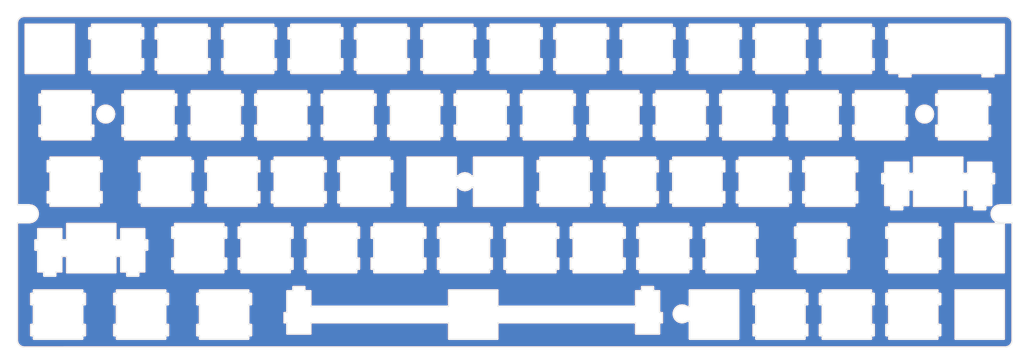
<source format=kicad_pcb>
(kicad_pcb (version 4) (host pcbnew 4.0.6)
  (layers (0 F.Cu signal) (31 B.Cu signal) (34 B.Paste user) (35 F.Paste user) (36 B.SilkS user) (37 F.SilkS user) (38 B.Mask user) (39 F.Mask user) (44 Edge.Cuts user))
  (net 0 "")
  (net 1 GND)
  (module locallib:outline (layer F.Cu) (at 157.48 76.2)
    (fp_text reference U1)
    (fp_text value Outline)
    (fp_line (start 97.155 34.925) (end 97.955 34.925) (layer Edge.Cuts) (width 0.1))
    (fp_line (start 97.155 31.8244) (end 97.155 30.8239) (layer Edge.Cuts) (width 0.1))
    (fp_line (start 97.155 30.8239) (end 83.155 30.8239) (layer Edge.Cuts) (width 0.1))
    (fp_line (start 102.205 30.8239) (end 102.205 31.8244) (layer Edge.Cuts) (width 0.1))
    (fp_line (start 97.955 31.8244) (end 97.155 31.8244) (layer Edge.Cuts) (width 0.1))
    (fp_line (start 83.155 31.8244) (end 82.355 31.8244) (layer Edge.Cuts) (width 0.1))
    (fp_line (start 97.955 40.72514) (end 97.155 40.72514) (layer Edge.Cuts) (width 0.1))
    (fp_line (start 102.205 31.8244) (end 101.405 31.8244) (layer Edge.Cuts) (width 0.1))
    (fp_line (start 61.182 40.0017) (end 61.956 40.12433) (layer Edge.Cuts) (width 0.1))
    (fp_line (start 55.424 40.12433) (end 56.248 40.12433) (layer Edge.Cuts) (width 0.1))
    (fp_line (start -44.5752 35.5245) (end -44.5752 31.0555) (layer Edge.Cuts) (width 0.1))
    (fp_line (start 97.955 34.925) (end 97.955 31.8244) (layer Edge.Cuts) (width 0.1))
    (fp_line (start 55.424 37.32416) (end 55.424 31.0555) (layer Edge.Cuts) (width 0.1))
    (fp_line (start 78.105 44.82345) (end 78.105 30.8239) (layer Edge.Cuts) (width 0.1))
    (fp_line (start 62.729 40.0017) (end 63.426 39.64755) (layer Edge.Cuts) (width 0.1))
    (fp_line (start 61.956 40.12433) (end 62.729 40.0017) (layer Edge.Cuts) (width 0.1))
    (fp_line (start 82.355 34.925) (end 83.155 34.925) (layer Edge.Cuts) (width 0.1))
    (fp_line (start 97.155 44.82345) (end 97.155 43.82437) (layer Edge.Cuts) (width 0.1))
    (fp_line (start 97.155 43.82437) (end 97.955 43.82437) (layer Edge.Cuts) (width 0.1))
    (fp_line (start 83.155 44.82345) (end 97.155 44.82345) (layer Edge.Cuts) (width 0.1))
    (fp_line (start 101.405 31.8244) (end 101.405 34.925) (layer Edge.Cuts) (width 0.1))
    (fp_line (start 101.405 34.925) (end 102.205 34.925) (layer Edge.Cuts) (width 0.1))
    (fp_line (start -4.951 30.8239) (end -4.951 35.5245) (layer Edge.Cuts) (width 0.1))
    (fp_line (start -44.5752 31.0555) (end -46.3003 31.0555) (layer Edge.Cuts) (width 0.1))
    (fp_line (start 48.674 35.5245) (end 9.05 35.5245) (layer Edge.Cuts) (width 0.1))
    (fp_line (start 56.248 40.12433) (end 56.248 37.32416) (layer Edge.Cuts) (width 0.1))
    (fp_line (start 50.399 31.0555) (end 48.674 31.0555) (layer Edge.Cuts) (width 0.1))
    (fp_line (start 53.7 29.8538) (end 50.399 29.8538) (layer Edge.Cuts) (width 0.1))
    (fp_line (start -46.3003 29.8538) (end -49.6009 29.8538) (layer Edge.Cuts) (width 0.1))
    (fp_line (start -4.951 35.5245) (end -44.5752 35.5245) (layer Edge.Cuts) (width 0.1))
    (fp_line (start -46.3003 31.0555) (end -46.3003 29.8538) (layer Edge.Cuts) (width 0.1))
    (fp_line (start 9.05 35.5245) (end 9.05 30.8239) (layer Edge.Cuts) (width 0.1))
    (fp_line (start 61.182 35.2475) (end 60.485 35.603) (layer Edge.Cuts) (width 0.1))
    (fp_line (start 59.579 36.8529) (end 59.456 37.62458) (layer Edge.Cuts) (width 0.1))
    (fp_line (start 59.456 37.62458) (end 59.579 38.39766) (layer Edge.Cuts) (width 0.1))
    (fp_line (start 59.932 39.09355) (end 60.485 39.64755) (layer Edge.Cuts) (width 0.1))
    (fp_line (start 63.426 35.603) (end 62.729 35.2475) (layer Edge.Cuts) (width 0.1))
    (fp_line (start 55.424 43.35447) (end 55.424 40.12433) (layer Edge.Cuts) (width 0.1))
    (fp_line (start 48.674 43.35447) (end 55.424 43.35447) (layer Edge.Cuts) (width 0.1))
    (fp_line (start 83.155 30.8239) (end 83.155 31.8244) (layer Edge.Cuts) (width 0.1))
    (fp_line (start 61.956 35.1248) (end 61.182 35.2475) (layer Edge.Cuts) (width 0.1))
    (fp_line (start 9.05 30.8239) (end -4.951 30.8239) (layer Edge.Cuts) (width 0.1))
    (fp_line (start 50.399 29.8538) (end 50.399 31.0555) (layer Edge.Cuts) (width 0.1))
    (fp_line (start 60.485 39.64755) (end 61.182 40.0017) (layer Edge.Cuts) (width 0.1))
    (fp_line (start 64.104 44.82345) (end 78.105 44.82345) (layer Edge.Cuts) (width 0.1))
    (fp_line (start 82.355 40.72514) (end 82.355 43.82437) (layer Edge.Cuts) (width 0.1))
    (fp_line (start 53.7 31.0555) (end 53.7 29.8538) (layer Edge.Cuts) (width 0.1))
    (fp_line (start 48.674 31.0555) (end 48.674 35.5245) (layer Edge.Cuts) (width 0.1))
    (fp_line (start 55.424 31.0555) (end 53.7 31.0555) (layer Edge.Cuts) (width 0.1))
    (fp_line (start 59.579 38.39766) (end 59.932 39.09355) (layer Edge.Cuts) (width 0.1))
    (fp_line (start 83.155 40.72514) (end 82.355 40.72514) (layer Edge.Cuts) (width 0.1))
    (fp_line (start 83.155 43.82437) (end 83.155 44.82345) (layer Edge.Cuts) (width 0.1))
    (fp_line (start 56.248 37.32416) (end 55.424 37.32416) (layer Edge.Cuts) (width 0.1))
    (fp_line (start 97.955 43.82437) (end 97.955 40.72514) (layer Edge.Cuts) (width 0.1))
    (fp_line (start 97.155 40.72514) (end 97.155 34.925) (layer Edge.Cuts) (width 0.1))
    (fp_line (start 60.485 35.603) (end 59.932 36.1556) (layer Edge.Cuts) (width 0.1))
    (fp_line (start 78.105 30.8239) (end 64.104 30.8239) (layer Edge.Cuts) (width 0.1))
    (fp_line (start 82.355 31.8244) (end 82.355 34.925) (layer Edge.Cuts) (width 0.1))
    (fp_line (start 62.729 35.2475) (end 61.956 35.1248) (layer Edge.Cuts) (width 0.1))
    (fp_line (start 48.674 40.12433) (end 48.674 43.35447) (layer Edge.Cuts) (width 0.1))
    (fp_line (start 59.932 36.1556) (end 59.579 36.8529) (layer Edge.Cuts) (width 0.1))
    (fp_line (start 83.155 34.925) (end 83.155 40.72514) (layer Edge.Cuts) (width 0.1))
    (fp_line (start 82.355 43.82437) (end 83.155 43.82437) (layer Edge.Cuts) (width 0.1))
    (fp_line (start 140.304 30.8239) (end 154.305 30.8239) (layer Edge.Cuts) (width 0.1))
    (fp_line (start 101.405 43.82437) (end 102.205 43.82437) (layer Edge.Cuts) (width 0.1))
    (fp_line (start 135.255 34.925) (end 136.054 34.925) (layer Edge.Cuts) (width 0.1))
    (fp_line (start 120.455 34.925) (end 121.254 34.925) (layer Edge.Cuts) (width 0.1))
    (fp_line (start 136.054 34.925) (end 136.054 31.8244) (layer Edge.Cuts) (width 0.1))
    (fp_line (start 135.255 43.82437) (end 136.054 43.82437) (layer Edge.Cuts) (width 0.1))
    (fp_line (start -123.58906 19.2732) (end -122.76363 19.2732) (layer Edge.Cuts) (width 0.1))
    (fp_line (start 116.205 40.72514) (end 116.205 34.925) (layer Edge.Cuts) (width 0.1))
    (fp_line (start -122.76363 19.2732) (end -122.76363 25.5433) (layer Edge.Cuts) (width 0.1))
    (fp_line (start -116.014 21.0743) (end -114.4899 21.0743) (layer Edge.Cuts) (width 0.1))
    (fp_line (start 101.405 40.72514) (end 101.405 43.82437) (layer Edge.Cuts) (width 0.1))
    (fp_line (start 136.054 43.82437) (end 136.054 40.72514) (layer Edge.Cuts) (width 0.1))
    (fp_line (start -114.4899 21.0743) (end -114.4899 25.7734) (layer Edge.Cuts) (width 0.1))
    (fp_line (start -114.4899 25.7734) (end -100.4904 25.7734) (layer Edge.Cuts) (width 0.1))
    (fp_line (start -98.9636 21.0743) (end -98.9636 25.5433) (layer Edge.Cuts) (width 0.1))
    (fp_line (start -98.9636 25.5433) (end -97.2396 25.5433) (layer Edge.Cuts) (width 0.1))
    (fp_line (start 121.254 40.72514) (end 120.455 40.72514) (layer Edge.Cuts) (width 0.1))
    (fp_line (start -97.2396 25.5433) (end -97.2396 26.7436) (layer Edge.Cuts) (width 0.1))
    (fp_line (start -97.2396 26.7436) (end -93.9392 26.7436) (layer Edge.Cuts) (width 0.1))
    (fp_line (start 135.255 44.82345) (end 135.255 43.82437) (layer Edge.Cuts) (width 0.1))
    (fp_line (start 117.004 43.82437) (end 117.004 40.72514) (layer Edge.Cuts) (width 0.1))
    (fp_line (start -114.4899 11.774) (end -114.4899 16.4745) (layer Edge.Cuts) (width 0.1))
    (fp_line (start 121.254 30.8239) (end 121.254 31.8244) (layer Edge.Cuts) (width 0.1))
    (fp_line (start -114.4899 16.4745) (end -116.014 16.4745) (layer Edge.Cuts) (width 0.1))
    (fp_line (start 117.004 31.8244) (end 116.205 31.8244) (layer Edge.Cuts) (width 0.1))
    (fp_line (start 121.254 44.82345) (end 135.255 44.82345) (layer Edge.Cuts) (width 0.1))
    (fp_line (start -117.7393 26.7436) (end -117.7393 25.5433) (layer Edge.Cuts) (width 0.1))
    (fp_line (start -100.4904 21.0743) (end -98.9636 21.0743) (layer Edge.Cuts) (width 0.1))
    (fp_line (start 116.205 43.82437) (end 117.004 43.82437) (layer Edge.Cuts) (width 0.1))
    (fp_line (start -116.014 16.4745) (end -116.014 13.2443) (layer Edge.Cuts) (width 0.1))
    (fp_line (start -122.76363 13.2443) (end -122.76363 16.4745) (layer Edge.Cuts) (width 0.1))
    (fp_line (start 121.254 31.8244) (end 120.455 31.8244) (layer Edge.Cuts) (width 0.1))
    (fp_line (start 136.054 40.72514) (end 135.255 40.72514) (layer Edge.Cuts) (width 0.1))
    (fp_line (start -121.03834 25.5433) (end -121.03834 26.7436) (layer Edge.Cuts) (width 0.1))
    (fp_line (start -116.014 25.5433) (end -116.014 21.0743) (layer Edge.Cuts) (width 0.1))
    (fp_line (start 116.205 31.8244) (end 116.205 30.8239) (layer Edge.Cuts) (width 0.1))
    (fp_line (start 154.305 44.82345) (end 140.304 44.82345) (layer Edge.Cuts) (width 0.1))
    (fp_line (start -116.014 13.2443) (end -122.76363 13.2443) (layer Edge.Cuts) (width 0.1))
    (fp_line (start -122.76363 16.4745) (end -123.58906 16.4745) (layer Edge.Cuts) (width 0.1))
    (fp_line (start 116.205 30.8239) (end 102.205 30.8239) (layer Edge.Cuts) (width 0.1))
    (fp_line (start -123.58906 16.4745) (end -123.58906 19.2732) (layer Edge.Cuts) (width 0.1))
    (fp_line (start 102.205 43.82437) (end 102.205 44.82345) (layer Edge.Cuts) (width 0.1))
    (fp_line (start 117.004 34.925) (end 117.004 31.8244) (layer Edge.Cuts) (width 0.1))
    (fp_line (start 135.255 40.72514) (end 135.255 34.925) (layer Edge.Cuts) (width 0.1))
    (fp_line (start -121.03834 26.7436) (end -117.7393 26.7436) (layer Edge.Cuts) (width 0.1))
    (fp_line (start 135.255 31.8244) (end 135.255 30.8239) (layer Edge.Cuts) (width 0.1))
    (fp_line (start 135.255 30.8239) (end 121.254 30.8239) (layer Edge.Cuts) (width 0.1))
    (fp_line (start 117.004 40.72514) (end 116.205 40.72514) (layer Edge.Cuts) (width 0.1))
    (fp_line (start 116.205 34.925) (end 117.004 34.925) (layer Edge.Cuts) (width 0.1))
    (fp_line (start 136.054 31.8244) (end 135.255 31.8244) (layer Edge.Cuts) (width 0.1))
    (fp_line (start 154.305 30.8239) (end 154.305 44.82345) (layer Edge.Cuts) (width 0.1))
    (fp_line (start -122.76363 25.5433) (end -121.03834 25.5433) (layer Edge.Cuts) (width 0.1))
    (fp_line (start -117.7393 25.5433) (end -116.014 25.5433) (layer Edge.Cuts) (width 0.1))
    (fp_line (start 120.455 31.8244) (end 120.455 34.925) (layer Edge.Cuts) (width 0.1))
    (fp_line (start -100.4904 25.7734) (end -100.4904 21.0743) (layer Edge.Cuts) (width 0.1))
    (fp_line (start 116.205 44.82345) (end 116.205 43.82437) (layer Edge.Cuts) (width 0.1))
    (fp_line (start 102.205 34.925) (end 102.205 40.72514) (layer Edge.Cuts) (width 0.1))
    (fp_line (start 102.205 44.82345) (end 116.205 44.82345) (layer Edge.Cuts) (width 0.1))
    (fp_line (start 120.455 43.82437) (end 121.254 43.82437) (layer Edge.Cuts) (width 0.1))
    (fp_line (start 121.254 34.925) (end 121.254 40.72514) (layer Edge.Cuts) (width 0.1))
    (fp_line (start 102.205 40.72514) (end 101.405 40.72514) (layer Edge.Cuts) (width 0.1))
    (fp_line (start 140.304 44.82345) (end 140.304 30.8239) (layer Edge.Cuts) (width 0.1))
    (fp_line (start 120.455 40.72514) (end 120.455 43.82437) (layer Edge.Cuts) (width 0.1))
    (fp_line (start 121.254 43.82437) (end 121.254 44.82345) (layer Edge.Cuts) (width 0.1))
    (fp_line (start -65.2815 21.6751) (end -65.2815 24.7744) (layer Edge.Cuts) (width 0.1))
    (fp_line (start -83.5321 15.8736) (end -83.5321 21.6751) (layer Edge.Cuts) (width 0.1))
    (fp_line (start -69.5314 21.6751) (end -69.5314 15.8736) (layer Edge.Cuts) (width 0.1))
    (fp_line (start -64.4821 12.7744) (end -65.2815 12.7744) (layer Edge.Cuts) (width 0.1))
    (fp_line (start -65.2815 24.7744) (end -64.4821 24.7744) (layer Edge.Cuts) (width 0.1))
    (fp_line (start -93.9392 25.5433) (end -92.214 25.5433) (layer Edge.Cuts) (width 0.1))
    (fp_line (start -64.4821 15.8736) (end -64.4821 21.6751) (layer Edge.Cuts) (width 0.1))
    (fp_line (start -84.3329 15.8736) (end -83.5321 15.8736) (layer Edge.Cuts) (width 0.1))
    (fp_line (start -64.4821 25.7734) (end -50.4814 25.7734) (layer Edge.Cuts) (width 0.1))
    (fp_line (start -68.732 24.7744) (end -68.732 21.6751) (layer Edge.Cuts) (width 0.1))
    (fp_line (start -50.4814 25.7734) (end -50.4814 24.7744) (layer Edge.Cuts) (width 0.1))
    (fp_line (start -83.5321 11.774) (end -83.5321 12.7744) (layer Edge.Cuts) (width 0.1))
    (fp_line (start -84.3329 24.7744) (end -83.5321 24.7744) (layer Edge.Cuts) (width 0.1))
    (fp_line (start -49.682 24.7744) (end -49.682 21.6751) (layer Edge.Cuts) (width 0.1))
    (fp_line (start -49.682 21.6751) (end -50.4814 21.6751) (layer Edge.Cuts) (width 0.1))
    (fp_line (start -98.9636 16.4745) (end -100.4904 16.4745) (layer Edge.Cuts) (width 0.1))
    (fp_line (start -50.4814 21.6751) (end -50.4814 15.8736) (layer Edge.Cuts) (width 0.1))
    (fp_line (start -83.5321 21.6751) (end -84.3329 21.6751) (layer Edge.Cuts) (width 0.1))
    (fp_line (start -83.5321 12.7744) (end -84.3329 12.7744) (layer Edge.Cuts) (width 0.1))
    (fp_line (start -49.682 12.7744) (end -50.4814 12.7744) (layer Edge.Cuts) (width 0.1))
    (fp_line (start -92.214 25.5433) (end -92.214 19.2732) (layer Edge.Cuts) (width 0.1))
    (fp_line (start -83.5321 24.7744) (end -83.5321 25.7734) (layer Edge.Cuts) (width 0.1))
    (fp_line (start -65.2815 12.7744) (end -65.2815 15.8736) (layer Edge.Cuts) (width 0.1))
    (fp_line (start -49.682 15.8736) (end -49.682 12.7744) (layer Edge.Cuts) (width 0.1))
    (fp_line (start -45.4321 12.7744) (end -46.2315 12.7744) (layer Edge.Cuts) (width 0.1))
    (fp_line (start -100.4904 16.4745) (end -100.4904 11.774) (layer Edge.Cuts) (width 0.1))
    (fp_line (start -46.2315 12.7744) (end -46.2315 15.8736) (layer Edge.Cuts) (width 0.1))
    (fp_line (start -83.5321 25.7734) (end -69.5314 25.7734) (layer Edge.Cuts) (width 0.1))
    (fp_line (start -46.2315 15.8736) (end -45.4321 15.8736) (layer Edge.Cuts) (width 0.1))
    (fp_line (start -45.4321 15.8736) (end -45.4321 21.6751) (layer Edge.Cuts) (width 0.1))
    (fp_line (start -69.5314 24.7744) (end -68.732 24.7744) (layer Edge.Cuts) (width 0.1))
    (fp_line (start -45.4321 21.6751) (end -46.2315 21.6751) (layer Edge.Cuts) (width 0.1))
    (fp_line (start -93.9392 26.7436) (end -93.9392 25.5433) (layer Edge.Cuts) (width 0.1))
    (fp_line (start -46.2315 21.6751) (end -46.2315 24.7744) (layer Edge.Cuts) (width 0.1))
    (fp_line (start -100.4904 11.774) (end -114.4899 11.774) (layer Edge.Cuts) (width 0.1))
    (fp_line (start -46.2315 24.7744) (end -45.4321 24.7744) (layer Edge.Cuts) (width 0.1))
    (fp_line (start -45.4321 24.7744) (end -45.4321 25.7734) (layer Edge.Cuts) (width 0.1))
    (fp_line (start -45.4321 25.7734) (end -31.4314 25.7734) (layer Edge.Cuts) (width 0.1))
    (fp_line (start -31.4314 25.7734) (end -31.4314 24.7744) (layer Edge.Cuts) (width 0.1))
    (fp_line (start -92.214 19.2732) (end -91.3885 19.2732) (layer Edge.Cuts) (width 0.1))
    (fp_line (start -92.214 16.4745) (end -92.214 13.2443) (layer Edge.Cuts) (width 0.1))
    (fp_line (start -91.3885 16.4745) (end -92.214 16.4745) (layer Edge.Cuts) (width 0.1))
    (fp_line (start -84.3329 12.7744) (end -84.3329 15.8736) (layer Edge.Cuts) (width 0.1))
    (fp_line (start -69.5314 25.7734) (end -69.5314 24.7744) (layer Edge.Cuts) (width 0.1))
    (fp_line (start -65.2815 15.8736) (end -64.4821 15.8736) (layer Edge.Cuts) (width 0.1))
    (fp_line (start -68.732 15.8736) (end -68.732 12.7744) (layer Edge.Cuts) (width 0.1))
    (fp_line (start -64.4821 24.7744) (end -64.4821 25.7734) (layer Edge.Cuts) (width 0.1))
    (fp_line (start -91.3885 19.2732) (end -91.3885 16.4745) (layer Edge.Cuts) (width 0.1))
    (fp_line (start -69.5314 15.8736) (end -68.732 15.8736) (layer Edge.Cuts) (width 0.1))
    (fp_line (start -50.4814 15.8736) (end -49.682 15.8736) (layer Edge.Cuts) (width 0.1))
    (fp_line (start -50.4814 12.7744) (end -50.4814 11.774) (layer Edge.Cuts) (width 0.1))
    (fp_line (start -69.5314 12.7744) (end -69.5314 11.774) (layer Edge.Cuts) (width 0.1))
    (fp_line (start -84.3329 21.6751) (end -84.3329 24.7744) (layer Edge.Cuts) (width 0.1))
    (fp_line (start -50.4814 11.774) (end -64.4821 11.774) (layer Edge.Cuts) (width 0.1))
    (fp_line (start -45.4321 11.774) (end -45.4321 12.7744) (layer Edge.Cuts) (width 0.1))
    (fp_line (start -50.4814 24.7744) (end -49.682 24.7744) (layer Edge.Cuts) (width 0.1))
    (fp_line (start -68.732 21.6751) (end -69.5314 21.6751) (layer Edge.Cuts) (width 0.1))
    (fp_line (start -69.5314 11.774) (end -83.5321 11.774) (layer Edge.Cuts) (width 0.1))
    (fp_line (start -68.732 12.7744) (end -69.5314 12.7744) (layer Edge.Cuts) (width 0.1))
    (fp_line (start -98.9636 13.2443) (end -98.9636 16.4745) (layer Edge.Cuts) (width 0.1))
    (fp_line (start -64.4821 11.774) (end -64.4821 12.7744) (layer Edge.Cuts) (width 0.1))
    (fp_line (start -64.4821 21.6751) (end -65.2815 21.6751) (layer Edge.Cuts) (width 0.1))
    (fp_line (start -92.214 13.2443) (end -98.9636 13.2443) (layer Edge.Cuts) (width 0.1))
    (fp_line (start 25.717 12.7744) (end 25.717 11.774) (layer Edge.Cuts) (width 0.1))
    (fp_line (start 25.717 11.774) (end 11.718 11.774) (layer Edge.Cuts) (width 0.1))
    (fp_line (start 49.818 25.7734) (end 63.819 25.7734) (layer Edge.Cuts) (width 0.1))
    (fp_line (start 44.769 24.7744) (end 45.568 24.7744) (layer Edge.Cuts) (width 0.1))
    (fp_line (start 30.768 21.6751) (end 29.967 21.6751) (layer Edge.Cuts) (width 0.1))
    (fp_line (start 45.568 12.7744) (end 44.769 12.7744) (layer Edge.Cuts) (width 0.1))
    (fp_line (start 49.818 11.774) (end 49.818 12.7744) (layer Edge.Cuts) (width 0.1))
    (fp_line (start 63.819 24.7744) (end 64.618 24.7744) (layer Edge.Cuts) (width 0.1))
    (fp_line (start 64.618 24.7744) (end 64.618 21.6751) (layer Edge.Cuts) (width 0.1))
    (fp_line (start 64.618 12.7744) (end 63.819 12.7744) (layer Edge.Cuts) (width 0.1))
    (fp_line (start 30.768 11.774) (end 30.768 12.7744) (layer Edge.Cuts) (width 0.1))
    (fp_line (start 63.819 12.7744) (end 63.819 11.774) (layer Edge.Cuts) (width 0.1))
    (fp_line (start 68.868 12.7744) (end 68.069 12.7744) (layer Edge.Cuts) (width 0.1))
    (fp_line (start 68.868 15.8736) (end 68.868 21.6751) (layer Edge.Cuts) (width 0.1))
    (fp_line (start 44.769 15.8736) (end 45.568 15.8736) (layer Edge.Cuts) (width 0.1))
    (fp_line (start 29.967 21.6751) (end 29.967 24.7744) (layer Edge.Cuts) (width 0.1))
    (fp_line (start 45.568 15.8736) (end 45.568 12.7744) (layer Edge.Cuts) (width 0.1))
    (fp_line (start 44.769 12.7744) (end 44.769 11.774) (layer Edge.Cuts) (width 0.1))
    (fp_line (start 44.769 21.6751) (end 44.769 15.8736) (layer Edge.Cuts) (width 0.1))
    (fp_line (start 45.568 24.7744) (end 45.568 21.6751) (layer Edge.Cuts) (width 0.1))
    (fp_line (start 26.518 12.7744) (end 25.717 12.7744) (layer Edge.Cuts) (width 0.1))
    (fp_line (start 49.818 15.8736) (end 49.818 21.6751) (layer Edge.Cuts) (width 0.1))
    (fp_line (start 49.019 24.7744) (end 49.818 24.7744) (layer Edge.Cuts) (width 0.1))
    (fp_line (start 68.069 21.6751) (end 68.069 24.7744) (layer Edge.Cuts) (width 0.1))
    (fp_line (start 45.568 21.6751) (end 44.769 21.6751) (layer Edge.Cuts) (width 0.1))
    (fp_line (start 49.818 21.6751) (end 49.019 21.6751) (layer Edge.Cuts) (width 0.1))
    (fp_line (start 68.868 25.7734) (end 82.867 25.7734) (layer Edge.Cuts) (width 0.1))
    (fp_line (start 82.867 24.7744) (end 83.668 24.7744) (layer Edge.Cuts) (width 0.1))
    (fp_line (start 83.668 24.7744) (end 83.668 21.6751) (layer Edge.Cuts) (width 0.1))
    (fp_line (start 83.668 21.6751) (end 82.867 21.6751) (layer Edge.Cuts) (width 0.1))
    (fp_line (start 82.867 21.6751) (end 82.867 15.8736) (layer Edge.Cuts) (width 0.1))
    (fp_line (start 44.769 11.774) (end 30.768 11.774) (layer Edge.Cuts) (width 0.1))
    (fp_line (start 63.819 11.774) (end 49.818 11.774) (layer Edge.Cuts) (width 0.1))
    (fp_line (start 25.717 15.8736) (end 26.518 15.8736) (layer Edge.Cuts) (width 0.1))
    (fp_line (start 49.019 21.6751) (end 49.019 24.7744) (layer Edge.Cuts) (width 0.1))
    (fp_line (start 64.618 21.6751) (end 63.819 21.6751) (layer Edge.Cuts) (width 0.1))
    (fp_line (start 49.818 24.7744) (end 49.818 25.7734) (layer Edge.Cuts) (width 0.1))
    (fp_line (start 44.769 25.7734) (end 44.769 24.7744) (layer Edge.Cuts) (width 0.1))
    (fp_line (start 30.768 24.7744) (end 30.768 25.7734) (layer Edge.Cuts) (width 0.1))
    (fp_line (start 30.768 15.8736) (end 30.768 21.6751) (layer Edge.Cuts) (width 0.1))
    (fp_line (start 49.818 12.7744) (end 49.019 12.7744) (layer Edge.Cuts) (width 0.1))
    (fp_line (start 49.019 15.8736) (end 49.818 15.8736) (layer Edge.Cuts) (width 0.1))
    (fp_line (start 63.819 25.7734) (end 63.819 24.7744) (layer Edge.Cuts) (width 0.1))
    (fp_line (start 63.819 21.6751) (end 63.819 15.8736) (layer Edge.Cuts) (width 0.1))
    (fp_line (start 68.868 21.6751) (end 68.069 21.6751) (layer Edge.Cuts) (width 0.1))
    (fp_line (start 63.819 15.8736) (end 64.618 15.8736) (layer Edge.Cuts) (width 0.1))
    (fp_line (start 68.868 24.7744) (end 68.868 25.7734) (layer Edge.Cuts) (width 0.1))
    (fp_line (start 82.867 25.7734) (end 82.867 24.7744) (layer Edge.Cuts) (width 0.1))
    (fp_line (start 83.668 12.7744) (end 82.867 12.7744) (layer Edge.Cuts) (width 0.1))
    (fp_line (start 30.768 12.7744) (end 29.967 12.7744) (layer Edge.Cuts) (width 0.1))
    (fp_line (start 49.019 12.7744) (end 49.019 15.8736) (layer Edge.Cuts) (width 0.1))
    (fp_line (start 26.518 15.8736) (end 26.518 12.7744) (layer Edge.Cuts) (width 0.1))
    (fp_line (start 30.768 25.7734) (end 44.769 25.7734) (layer Edge.Cuts) (width 0.1))
    (fp_line (start 64.618 15.8736) (end 64.618 12.7744) (layer Edge.Cuts) (width 0.1))
    (fp_line (start 29.967 12.7744) (end 29.967 15.8736) (layer Edge.Cuts) (width 0.1))
    (fp_line (start 68.069 24.7744) (end 68.868 24.7744) (layer Edge.Cuts) (width 0.1))
    (fp_line (start 25.717 21.6751) (end 25.717 15.8736) (layer Edge.Cuts) (width 0.1))
    (fp_line (start 68.868 11.774) (end 68.868 12.7744) (layer Edge.Cuts) (width 0.1))
    (fp_line (start 82.867 15.8736) (end 83.668 15.8736) (layer Edge.Cuts) (width 0.1))
    (fp_line (start 29.967 15.8736) (end 30.768 15.8736) (layer Edge.Cuts) (width 0.1))
    (fp_line (start 29.967 24.7744) (end 30.768 24.7744) (layer Edge.Cuts) (width 0.1))
    (fp_line (start 68.069 12.7744) (end 68.069 15.8736) (layer Edge.Cuts) (width 0.1))
    (fp_line (start 83.668 15.8736) (end 83.668 12.7744) (layer Edge.Cuts) (width 0.1))
    (fp_line (start 68.069 15.8736) (end 68.868 15.8736) (layer Edge.Cuts) (width 0.1))
    (fp_line (start -8.133 21.6751) (end -8.133 24.7744) (layer Edge.Cuts) (width 0.1))
    (fp_line (start -8.133 24.7744) (end -7.332 24.7744) (layer Edge.Cuts) (width 0.1))
    (fp_line (start -7.332 11.774) (end -7.332 12.7744) (layer Edge.Cuts) (width 0.1))
    (fp_line (start -8.133 15.8736) (end -7.332 15.8736) (layer Edge.Cuts) (width 0.1))
    (fp_line (start -12.383 11.774) (end -26.382 11.774) (layer Edge.Cuts) (width 0.1))
    (fp_line (start 10.919 24.7744) (end 11.718 24.7744) (layer Edge.Cuts) (width 0.1))
    (fp_line (start -26.382 21.6751) (end -27.181 21.6751) (layer Edge.Cuts) (width 0.1))
    (fp_line (start -31.4314 24.7744) (end -30.632 24.7744) (layer Edge.Cuts) (width 0.1))
    (fp_line (start -27.181 24.7744) (end -26.382 24.7744) (layer Edge.Cuts) (width 0.1))
    (fp_line (start -12.383 12.7744) (end -12.383 11.774) (layer Edge.Cuts) (width 0.1))
    (fp_line (start 6.669 25.7734) (end 6.669 24.7744) (layer Edge.Cuts) (width 0.1))
    (fp_line (start 10.919 15.8736) (end 11.718 15.8736) (layer Edge.Cuts) (width 0.1))
    (fp_line (start 11.718 24.7744) (end 11.718 25.7734) (layer Edge.Cuts) (width 0.1))
    (fp_line (start -26.382 12.7744) (end -27.181 12.7744) (layer Edge.Cuts) (width 0.1))
    (fp_line (start -30.632 21.6751) (end -31.4314 21.6751) (layer Edge.Cuts) (width 0.1))
    (fp_line (start -30.632 15.8736) (end -30.632 12.7744) (layer Edge.Cuts) (width 0.1))
    (fp_line (start -11.582 12.7744) (end -12.383 12.7744) (layer Edge.Cuts) (width 0.1))
    (fp_line (start 7.468 24.7744) (end 7.468 21.6751) (layer Edge.Cuts) (width 0.1))
    (fp_line (start 6.669 24.7744) (end 7.468 24.7744) (layer Edge.Cuts) (width 0.1))
    (fp_line (start -30.632 24.7744) (end -30.632 21.6751) (layer Edge.Cuts) (width 0.1))
    (fp_line (start 7.468 15.8736) (end 7.468 12.7744) (layer Edge.Cuts) (width 0.1))
    (fp_line (start 11.718 15.8736) (end 11.718 21.6751) (layer Edge.Cuts) (width 0.1))
    (fp_line (start -31.4314 21.6751) (end -31.4314 15.8736) (layer Edge.Cuts) (width 0.1))
    (fp_line (start 11.718 21.6751) (end 10.919 21.6751) (layer Edge.Cuts) (width 0.1))
    (fp_line (start 25.717 25.7734) (end 25.717 24.7744) (layer Edge.Cuts) (width 0.1))
    (fp_line (start -27.181 15.8736) (end -26.382 15.8736) (layer Edge.Cuts) (width 0.1))
    (fp_line (start -7.332 12.7744) (end -8.133 12.7744) (layer Edge.Cuts) (width 0.1))
    (fp_line (start 6.669 11.774) (end -7.332 11.774) (layer Edge.Cuts) (width 0.1))
    (fp_line (start 10.919 12.7744) (end 10.919 15.8736) (layer Edge.Cuts) (width 0.1))
    (fp_line (start -30.632 12.7744) (end -31.4314 12.7744) (layer Edge.Cuts) (width 0.1))
    (fp_line (start 11.718 25.7734) (end 25.717 25.7734) (layer Edge.Cuts) (width 0.1))
    (fp_line (start 25.717 24.7744) (end 26.518 24.7744) (layer Edge.Cuts) (width 0.1))
    (fp_line (start -31.4314 15.8736) (end -30.632 15.8736) (layer Edge.Cuts) (width 0.1))
    (fp_line (start -12.383 21.6751) (end -12.383 15.8736) (layer Edge.Cuts) (width 0.1))
    (fp_line (start 26.518 21.6751) (end 25.717 21.6751) (layer Edge.Cuts) (width 0.1))
    (fp_line (start -26.382 25.7734) (end -12.383 25.7734) (layer Edge.Cuts) (width 0.1))
    (fp_line (start -7.332 15.8736) (end -7.332 21.6751) (layer Edge.Cuts) (width 0.1))
    (fp_line (start 6.669 12.7744) (end 6.669 11.774) (layer Edge.Cuts) (width 0.1))
    (fp_line (start 6.669 21.6751) (end 6.669 15.8736) (layer Edge.Cuts) (width 0.1))
    (fp_line (start 26.518 24.7744) (end 26.518 21.6751) (layer Edge.Cuts) (width 0.1))
    (fp_line (start -31.4314 12.7744) (end -31.4314 11.774) (layer Edge.Cuts) (width 0.1))
    (fp_line (start -26.382 24.7744) (end -26.382 25.7734) (layer Edge.Cuts) (width 0.1))
    (fp_line (start -27.181 12.7744) (end -27.181 15.8736) (layer Edge.Cuts) (width 0.1))
    (fp_line (start -7.332 21.6751) (end -8.133 21.6751) (layer Edge.Cuts) (width 0.1))
    (fp_line (start -12.383 25.7734) (end -12.383 24.7744) (layer Edge.Cuts) (width 0.1))
    (fp_line (start -31.4314 11.774) (end -45.4321 11.774) (layer Edge.Cuts) (width 0.1))
    (fp_line (start -12.383 24.7744) (end -11.582 24.7744) (layer Edge.Cuts) (width 0.1))
    (fp_line (start -26.382 11.774) (end -26.382 12.7744) (layer Edge.Cuts) (width 0.1))
    (fp_line (start -12.383 15.8736) (end -11.582 15.8736) (layer Edge.Cuts) (width 0.1))
    (fp_line (start -8.133 12.7744) (end -8.133 15.8736) (layer Edge.Cuts) (width 0.1))
    (fp_line (start -7.332 25.7734) (end 6.669 25.7734) (layer Edge.Cuts) (width 0.1))
    (fp_line (start 7.468 21.6751) (end 6.669 21.6751) (layer Edge.Cuts) (width 0.1))
    (fp_line (start -11.582 24.7744) (end -11.582 21.6751) (layer Edge.Cuts) (width 0.1))
    (fp_line (start -26.382 15.8736) (end -26.382 21.6751) (layer Edge.Cuts) (width 0.1))
    (fp_line (start 6.669 15.8736) (end 7.468 15.8736) (layer Edge.Cuts) (width 0.1))
    (fp_line (start 11.718 11.774) (end 11.718 12.7744) (layer Edge.Cuts) (width 0.1))
    (fp_line (start 11.718 12.7744) (end 10.919 12.7744) (layer Edge.Cuts) (width 0.1))
    (fp_line (start -11.582 15.8736) (end -11.582 12.7744) (layer Edge.Cuts) (width 0.1))
    (fp_line (start -27.181 21.6751) (end -27.181 24.7744) (layer Edge.Cuts) (width 0.1))
    (fp_line (start 10.919 21.6751) (end 10.919 24.7744) (layer Edge.Cuts) (width 0.1))
    (fp_line (start -7.332 24.7744) (end -7.332 25.7734) (layer Edge.Cuts) (width 0.1))
    (fp_line (start 7.468 12.7744) (end 6.669 12.7744) (layer Edge.Cuts) (width 0.1))
    (fp_line (start -11.582 21.6751) (end -12.383 21.6751) (layer Edge.Cuts) (width 0.1))
    (fp_line (start 92.68 -13.3258) (end 92.68 -12.3264) (layer Edge.Cuts) (width 0.1))
    (fp_line (start 106.68 -16.4264) (end 106.68 -22.2264) (layer Edge.Cuts) (width 0.1))
    (fp_line (start 91.88 -22.2264) (end 92.68 -22.2264) (layer Edge.Cuts) (width 0.1))
    (fp_line (start 107.479 -22.2264) (end 107.479 -25.3255) (layer Edge.Cuts) (width 0.1))
    (fp_line (start 87.63 -22.2264) (end 88.43 -22.2264) (layer Edge.Cuts) (width 0.1))
    (fp_line (start 92.68 -26.326) (end 92.68 -25.3255) (layer Edge.Cuts) (width 0.1))
    (fp_line (start 107.479 -25.3255) (end 106.68 -25.3255) (layer Edge.Cuts) (width 0.1))
    (fp_line (start 106.68 -25.3255) (end 106.68 -26.326) (layer Edge.Cuts) (width 0.1))
    (fp_line (start 110.93 -13.3258) (end 111.729 -13.3258) (layer Edge.Cuts) (width 0.1))
    (fp_line (start 111.729 -12.3264) (end 125.73 -12.3264) (layer Edge.Cuts) (width 0.1))
    (fp_line (start 126.529 -13.3258) (end 126.529 -16.4264) (layer Edge.Cuts) (width 0.1))
    (fp_line (start 111.729 -26.326) (end 111.729 -25.3255) (layer Edge.Cuts) (width 0.1))
    (fp_line (start 111.729 -25.3255) (end 110.93 -25.3255) (layer Edge.Cuts) (width 0.1))
    (fp_line (start 125.73 -22.2264) (end 126.529 -22.2264) (layer Edge.Cuts) (width 0.1))
    (fp_line (start 87.63 -16.4264) (end 87.63 -22.2264) (layer Edge.Cuts) (width 0.1))
    (fp_line (start 88.43 -22.2264) (end 88.43 -25.3255) (layer Edge.Cuts) (width 0.1))
    (fp_line (start 92.68 -12.3264) (end 106.68 -12.3264) (layer Edge.Cuts) (width 0.1))
    (fp_line (start 126.529 -22.2264) (end 126.529 -25.3255) (layer Edge.Cuts) (width 0.1))
    (fp_line (start 107.479 -13.3258) (end 107.479 -16.4264) (layer Edge.Cuts) (width 0.1))
    (fp_line (start 106.68 -26.326) (end 92.68 -26.326) (layer Edge.Cuts) (width 0.1))
    (fp_line (start 91.88 -13.3258) (end 92.68 -13.3258) (layer Edge.Cuts) (width 0.1))
    (fp_line (start 92.68 -25.3255) (end 91.88 -25.3255) (layer Edge.Cuts) (width 0.1))
    (fp_line (start 87.63 -26.326) (end 73.629 -26.326) (layer Edge.Cuts) (width 0.1))
    (fp_line (start 110.93 -22.2264) (end 111.729 -22.2264) (layer Edge.Cuts) (width 0.1))
    (fp_line (start 125.73 -12.3264) (end 125.73 -13.3258) (layer Edge.Cuts) (width 0.1))
    (fp_line (start 88.43 -16.4264) (end 87.63 -16.4264) (layer Edge.Cuts) (width 0.1))
    (fp_line (start 106.68 -13.3258) (end 107.479 -13.3258) (layer Edge.Cuts) (width 0.1))
    (fp_line (start 110.93 -25.3255) (end 110.93 -22.2264) (layer Edge.Cuts) (width 0.1))
    (fp_line (start 125.73 -16.4264) (end 125.73 -22.2264) (layer Edge.Cuts) (width 0.1))
    (fp_line (start 125.73 -25.3255) (end 125.73 -26.326) (layer Edge.Cuts) (width 0.1))
    (fp_line (start 135.543 -26.326) (end 135.543 -25.3255) (layer Edge.Cuts) (width 0.1))
    (fp_line (start 88.43 -13.3258) (end 88.43 -16.4264) (layer Edge.Cuts) (width 0.1))
    (fp_line (start 87.63 -25.3255) (end 87.63 -26.326) (layer Edge.Cuts) (width 0.1))
    (fp_line (start 106.68 -12.3264) (end 106.68 -13.3258) (layer Edge.Cuts) (width 0.1))
    (fp_line (start 92.68 -22.2264) (end 92.68 -16.4264) (layer Edge.Cuts) (width 0.1))
    (fp_line (start 126.529 -16.4264) (end 125.73 -16.4264) (layer Edge.Cuts) (width 0.1))
    (fp_line (start 125.73 -26.326) (end 111.729 -26.326) (layer Edge.Cuts) (width 0.1))
    (fp_line (start 87.63 -13.3258) (end 88.43 -13.3258) (layer Edge.Cuts) (width 0.1))
    (fp_line (start 135.543 -25.3255) (end 134.742 -25.3255) (layer Edge.Cuts) (width 0.1))
    (fp_line (start 134.742 -25.3255) (end 134.742 -22.2264) (layer Edge.Cuts) (width 0.1))
    (fp_line (start 134.742 -22.2264) (end 135.543 -22.2264) (layer Edge.Cuts) (width 0.1))
    (fp_line (start 135.543 -22.2264) (end 135.543 -16.4264) (layer Edge.Cuts) (width 0.1))
    (fp_line (start 88.43 -25.3255) (end 87.63 -25.3255) (layer Edge.Cuts) (width 0.1))
    (fp_line (start 125.73 -13.3258) (end 126.529 -13.3258) (layer Edge.Cuts) (width 0.1))
    (fp_line (start 135.543 -16.4264) (end 134.742 -16.4264) (layer Edge.Cuts) (width 0.1))
    (fp_line (start 111.729 -22.2264) (end 111.729 -16.4264) (layer Edge.Cuts) (width 0.1))
    (fp_line (start 111.729 -16.4264) (end 110.93 -16.4264) (layer Edge.Cuts) (width 0.1))
    (fp_line (start 91.88 -25.3255) (end 91.88 -22.2264) (layer Edge.Cuts) (width 0.1))
    (fp_line (start 126.529 -25.3255) (end 125.73 -25.3255) (layer Edge.Cuts) (width 0.1))
    (fp_line (start 134.742 -16.4264) (end 134.742 -13.3258) (layer Edge.Cuts) (width 0.1))
    (fp_line (start 135.543 -13.3258) (end 135.543 -12.3264) (layer Edge.Cuts) (width 0.1))
    (fp_line (start 135.543 -12.3264) (end 149.542 -12.3264) (layer Edge.Cuts) (width 0.1))
    (fp_line (start 134.742 -13.3258) (end 135.543 -13.3258) (layer Edge.Cuts) (width 0.1))
    (fp_line (start 111.729 -13.3258) (end 111.729 -12.3264) (layer Edge.Cuts) (width 0.1))
    (fp_line (start 107.479 -16.4264) (end 106.68 -16.4264) (layer Edge.Cuts) (width 0.1))
    (fp_line (start 149.542 -12.3264) (end 149.542 -13.3258) (layer Edge.Cuts) (width 0.1))
    (fp_line (start 110.93 -16.4264) (end 110.93 -13.3258) (layer Edge.Cuts) (width 0.1))
    (fp_line (start 149.542 -13.3258) (end 150.343 -13.3258) (layer Edge.Cuts) (width 0.1))
    (fp_line (start 92.68 -16.4264) (end 91.88 -16.4264) (layer Edge.Cuts) (width 0.1))
    (fp_line (start 73.629 -12.3264) (end 87.63 -12.3264) (layer Edge.Cuts) (width 0.1))
    (fp_line (start 87.63 -12.3264) (end 87.63 -13.3258) (layer Edge.Cuts) (width 0.1))
    (fp_line (start 150.343 -13.3258) (end 150.343 -16.4264) (layer Edge.Cuts) (width 0.1))
    (fp_line (start 91.88 -16.4264) (end 91.88 -13.3258) (layer Edge.Cuts) (width 0.1))
    (fp_line (start 106.68 -22.2264) (end 107.479 -22.2264) (layer Edge.Cuts) (width 0.1))
    (fp_line (start -100.9672 -20.4487) (end -101.3241 -21.1448) (layer Edge.Cuts) (width 0.1))
    (fp_line (start 129.127 -18.9025) (end 129.482 -18.2065) (layer Edge.Cuts) (width 0.1))
    (fp_line (start 121.254 -44.3755) (end 120.455 -44.3755) (layer Edge.Cuts) (width 0.1))
    (fp_line (start 121.254 -35.4764) (end 120.455 -35.4764) (layer Edge.Cuts) (width 0.1))
    (fp_line (start 120.455 -35.4764) (end 120.455 -32.3758) (layer Edge.Cuts) (width 0.1))
    (fp_line (start 124.229 -31.3764) (end 124.229 -30.4062) (layer Edge.Cuts) (width 0.1))
    (fp_line (start 124.229 -30.4062) (end 127.53 -30.4062) (layer Edge.Cuts) (width 0.1))
    (fp_line (start 127.53 -31.3764) (end 148.029 -31.3764) (layer Edge.Cuts) (width 0.1))
    (fp_line (start -105.7214 -20.4487) (end -105.8441 -19.6744) (layer Edge.Cuts) (width 0.1))
    (fp_line (start 149.542 -22.2264) (end 150.343 -22.2264) (layer Edge.Cuts) (width 0.1))
    (fp_line (start 129.005 -19.6744) (end 129.127 -18.9025) (layer Edge.Cuts) (width 0.1))
    (fp_line (start 132.974 -21.6986) (end 132.277 -22.0528) (layer Edge.Cuts) (width 0.1))
    (fp_line (start -100.9672 -18.9025) (end -100.8446 -19.6744) (layer Edge.Cuts) (width 0.1))
    (fp_line (start 150.343 -16.4264) (end 149.542 -16.4264) (layer Edge.Cuts) (width 0.1))
    (fp_line (start 130.035 -21.6986) (end 129.482 -21.1448) (layer Edge.Cuts) (width 0.1))
    (fp_line (start 129.482 -18.2065) (end 130.035 -17.6526) (layer Edge.Cuts) (width 0.1))
    (fp_line (start 132.974 -17.6526) (end 133.527 -18.2065) (layer Edge.Cuts) (width 0.1))
    (fp_line (start 129.482 -21.1448) (end 129.127 -20.4487) (layer Edge.Cuts) (width 0.1))
    (fp_line (start 133.882 -18.9025) (end 134.005 -19.6744) (layer Edge.Cuts) (width 0.1))
    (fp_line (start 120.455 -32.3758) (end 121.254 -32.3758) (layer Edge.Cuts) (width 0.1))
    (fp_line (start 130.035 -17.6526) (end 130.732 -17.2984) (layer Edge.Cuts) (width 0.1))
    (fp_line (start -104.8133 -21.6986) (end -105.3673 -21.1448) (layer Edge.Cuts) (width 0.1))
    (fp_line (start -101.3241 -21.1448) (end -101.8753 -21.6986) (layer Edge.Cuts) (width 0.1))
    (fp_line (start 127.53 -30.4062) (end 127.53 -31.3764) (layer Edge.Cuts) (width 0.1))
    (fp_line (start -103.3443 -22.1752) (end -104.1174 -22.0528) (layer Edge.Cuts) (width 0.1))
    (fp_line (start 133.882 -20.4487) (end 133.527 -21.1448) (layer Edge.Cuts) (width 0.1))
    (fp_line (start 133.527 -21.1448) (end 132.974 -21.6986) (layer Edge.Cuts) (width 0.1))
    (fp_line (start 148.029 -31.3764) (end 148.029 -30.4062) (layer Edge.Cuts) (width 0.1))
    (fp_line (start 150.343 -25.3255) (end 149.542 -25.3255) (layer Edge.Cuts) (width 0.1))
    (fp_line (start 131.505 -22.1752) (end 130.732 -22.0528) (layer Edge.Cuts) (width 0.1))
    (fp_line (start 120.455 -41.2764) (end 121.254 -41.2764) (layer Edge.Cuts) (width 0.1))
    (fp_line (start 121.254 -31.3764) (end 124.229 -31.3764) (layer Edge.Cuts) (width 0.1))
    (fp_line (start 121.254 -32.3758) (end 121.254 -31.3764) (layer Edge.Cuts) (width 0.1))
    (fp_line (start 132.277 -22.0528) (end 131.505 -22.1752) (layer Edge.Cuts) (width 0.1))
    (fp_line (start -105.7214 -18.9025) (end -105.3673 -18.2065) (layer Edge.Cuts) (width 0.1))
    (fp_line (start -104.8133 -17.6526) (end -104.1174 -17.2984) (layer Edge.Cuts) (width 0.1))
    (fp_line (start 131.505 -17.1746) (end 132.277 -17.2984) (layer Edge.Cuts) (width 0.1))
    (fp_line (start 150.343 -22.2264) (end 150.343 -25.3255) (layer Edge.Cuts) (width 0.1))
    (fp_line (start 120.455 -44.3755) (end 120.455 -41.2764) (layer Edge.Cuts) (width 0.1))
    (fp_line (start 148.029 -30.4062) (end 151.33 -30.4062) (layer Edge.Cuts) (width 0.1))
    (fp_line (start 151.33 -30.4062) (end 151.33 -31.3764) (layer Edge.Cuts) (width 0.1))
    (fp_line (start 121.254 -45.376) (end 121.254 -44.3755) (layer Edge.Cuts) (width 0.1))
    (fp_line (start 149.542 -25.3255) (end 149.542 -26.326) (layer Edge.Cuts) (width 0.1))
    (fp_line (start 134.005 -19.6744) (end 133.882 -20.4487) (layer Edge.Cuts) (width 0.1))
    (fp_line (start 149.542 -16.4264) (end 149.542 -22.2264) (layer Edge.Cuts) (width 0.1))
    (fp_line (start -101.8753 -21.6986) (end -102.5712 -22.0528) (layer Edge.Cuts) (width 0.1))
    (fp_line (start -101.3241 -18.2065) (end -100.9672 -18.9025) (layer Edge.Cuts) (width 0.1))
    (fp_line (start -100.8446 -19.6744) (end -100.9672 -20.4487) (layer Edge.Cuts) (width 0.1))
    (fp_line (start 121.254 -41.2764) (end 121.254 -35.4764) (layer Edge.Cuts) (width 0.1))
    (fp_line (start -105.3673 -21.1448) (end -105.7214 -20.4487) (layer Edge.Cuts) (width 0.1))
    (fp_line (start -102.5712 -22.0528) (end -103.3443 -22.1752) (layer Edge.Cuts) (width 0.1))
    (fp_line (start 132.277 -17.2984) (end 132.974 -17.6526) (layer Edge.Cuts) (width 0.1))
    (fp_line (start 130.732 -17.2984) (end 131.505 -17.1746) (layer Edge.Cuts) (width 0.1))
    (fp_line (start -104.1174 -22.0528) (end -104.8133 -21.6986) (layer Edge.Cuts) (width 0.1))
    (fp_line (start -105.3673 -18.2065) (end -104.8133 -17.6526) (layer Edge.Cuts) (width 0.1))
    (fp_line (start -103.3443 -17.1746) (end -102.5712 -17.2984) (layer Edge.Cuts) (width 0.1))
    (fp_line (start -102.5712 -17.2984) (end -101.8753 -17.6526) (layer Edge.Cuts) (width 0.1))
    (fp_line (start 149.542 -26.326) (end 135.543 -26.326) (layer Edge.Cuts) (width 0.1))
    (fp_line (start 130.732 -22.0528) (end 130.035 -21.6986) (layer Edge.Cuts) (width 0.1))
    (fp_line (start 129.127 -20.4487) (end 129.005 -19.6744) (layer Edge.Cuts) (width 0.1))
    (fp_line (start -105.8441 -19.6744) (end -105.7214 -18.9025) (layer Edge.Cuts) (width 0.1))
    (fp_line (start 133.527 -18.2065) (end 133.882 -18.9025) (layer Edge.Cuts) (width 0.1))
    (fp_line (start -104.1174 -17.2984) (end -103.3443 -17.1746) (layer Edge.Cuts) (width 0.1))
    (fp_line (start -101.8753 -17.6526) (end -101.3241 -18.2065) (layer Edge.Cuts) (width 0.1))
    (fp_line (start -93.3453 -32.3758) (end -92.5445 -32.3758) (layer Edge.Cuts) (width 0.1))
    (fp_line (start -70.0454 -35.4764) (end -70.0454 -32.3758) (layer Edge.Cuts) (width 0.1))
    (fp_line (start -69.246 -32.3758) (end -69.246 -31.3764) (layer Edge.Cuts) (width 0.1))
    (fp_line (start -107.3448 -31.3764) (end -93.3453 -31.3764) (layer Edge.Cuts) (width 0.1))
    (fp_line (start -88.2946 -45.376) (end -88.2946 -44.3755) (layer Edge.Cuts) (width 0.1))
    (fp_line (start 151.33 -31.3764) (end 154.305 -31.3764) (layer Edge.Cuts) (width 0.1))
    (fp_line (start -88.2946 -31.3764) (end -74.2953 -31.3764) (layer Edge.Cuts) (width 0.1))
    (fp_line (start -74.2953 -32.3758) (end -73.4959 -32.3758) (layer Edge.Cuts) (width 0.1))
    (fp_line (start -107.3448 -35.4764) (end -108.1454 -35.4764) (layer Edge.Cuts) (width 0.1))
    (fp_line (start -126.39476 -31.3764) (end -126.39476 -45.376) (layer Edge.Cuts) (width 0.1))
    (fp_line (start -92.5445 -35.4764) (end -93.3453 -35.4764) (layer Edge.Cuts) (width 0.1))
    (fp_line (start -108.1454 -35.4764) (end -108.1454 -32.3758) (layer Edge.Cuts) (width 0.1))
    (fp_line (start -93.3453 -31.3764) (end -93.3453 -32.3758) (layer Edge.Cuts) (width 0.1))
    (fp_line (start -74.2953 -31.3764) (end -74.2953 -32.3758) (layer Edge.Cuts) (width 0.1))
    (fp_line (start -74.2953 -41.2764) (end -73.4959 -41.2764) (layer Edge.Cuts) (width 0.1))
    (fp_line (start -70.0454 -41.2764) (end -69.246 -41.2764) (layer Edge.Cuts) (width 0.1))
    (fp_line (start -69.246 -35.4764) (end -70.0454 -35.4764) (layer Edge.Cuts) (width 0.1))
    (fp_line (start -55.2453 -31.3764) (end -55.2453 -32.3758) (layer Edge.Cuts) (width 0.1))
    (fp_line (start -54.4445 -32.3758) (end -54.4445 -35.4764) (layer Edge.Cuts) (width 0.1))
    (fp_line (start -92.5445 -41.2764) (end -92.5445 -44.3755) (layer Edge.Cuts) (width 0.1))
    (fp_line (start -54.4445 -35.4764) (end -55.2453 -35.4764) (layer Edge.Cuts) (width 0.1))
    (fp_line (start -93.3453 -45.376) (end -107.3448 -45.376) (layer Edge.Cuts) (width 0.1))
    (fp_line (start -74.2953 -35.4764) (end -74.2953 -41.2764) (layer Edge.Cuts) (width 0.1))
    (fp_line (start -55.2453 -35.4764) (end -55.2453 -41.2764) (layer Edge.Cuts) (width 0.1))
    (fp_line (start -69.246 -31.3764) (end -55.2453 -31.3764) (layer Edge.Cuts) (width 0.1))
    (fp_line (start -55.2453 -41.2764) (end -54.4445 -41.2764) (layer Edge.Cuts) (width 0.1))
    (fp_line (start -89.0954 -44.3755) (end -89.0954 -41.2764) (layer Edge.Cuts) (width 0.1))
    (fp_line (start -88.2946 -41.2764) (end -88.2946 -35.4764) (layer Edge.Cuts) (width 0.1))
    (fp_line (start -74.2953 -45.376) (end -88.2946 -45.376) (layer Edge.Cuts) (width 0.1))
    (fp_line (start -108.1454 -41.2764) (end -107.3448 -41.2764) (layer Edge.Cuts) (width 0.1))
    (fp_line (start -93.3453 -44.3755) (end -93.3453 -45.376) (layer Edge.Cuts) (width 0.1))
    (fp_line (start -89.0954 -41.2764) (end -88.2946 -41.2764) (layer Edge.Cuts) (width 0.1))
    (fp_line (start -69.246 -45.376) (end -69.246 -44.3755) (layer Edge.Cuts) (width 0.1))
    (fp_line (start -69.246 -41.2764) (end -69.246 -35.4764) (layer Edge.Cuts) (width 0.1))
    (fp_line (start 154.305 -31.3764) (end 154.305 -45.376) (layer Edge.Cuts) (width 0.1))
    (fp_line (start -55.2453 -32.3758) (end -54.4445 -32.3758) (layer Edge.Cuts) (width 0.1))
    (fp_line (start -54.4445 -41.2764) (end -54.4445 -44.3755) (layer Edge.Cuts) (width 0.1))
    (fp_line (start -126.39476 -45.376) (end -112.3953 -45.376) (layer Edge.Cuts) (width 0.1))
    (fp_line (start -89.0954 -32.3758) (end -88.2946 -32.3758) (layer Edge.Cuts) (width 0.1))
    (fp_line (start -93.3453 -41.2764) (end -92.5445 -41.2764) (layer Edge.Cuts) (width 0.1))
    (fp_line (start -74.2953 -44.3755) (end -74.2953 -45.376) (layer Edge.Cuts) (width 0.1))
    (fp_line (start -112.3953 -31.3764) (end -126.39476 -31.3764) (layer Edge.Cuts) (width 0.1))
    (fp_line (start -107.3448 -32.3758) (end -107.3448 -31.3764) (layer Edge.Cuts) (width 0.1))
    (fp_line (start -108.1454 -44.3755) (end -108.1454 -41.2764) (layer Edge.Cuts) (width 0.1))
    (fp_line (start -108.1454 -32.3758) (end -107.3448 -32.3758) (layer Edge.Cuts) (width 0.1))
    (fp_line (start -73.4959 -35.4764) (end -74.2953 -35.4764) (layer Edge.Cuts) (width 0.1))
    (fp_line (start -69.246 -44.3755) (end -70.0454 -44.3755) (layer Edge.Cuts) (width 0.1))
    (fp_line (start -88.2946 -44.3755) (end -89.0954 -44.3755) (layer Edge.Cuts) (width 0.1))
    (fp_line (start -88.2946 -32.3758) (end -88.2946 -31.3764) (layer Edge.Cuts) (width 0.1))
    (fp_line (start -88.2946 -35.4764) (end -89.0954 -35.4764) (layer Edge.Cuts) (width 0.1))
    (fp_line (start -70.0454 -44.3755) (end -70.0454 -41.2764) (layer Edge.Cuts) (width 0.1))
    (fp_line (start -93.3453 -35.4764) (end -93.3453 -41.2764) (layer Edge.Cuts) (width 0.1))
    (fp_line (start -70.0454 -32.3758) (end -69.246 -32.3758) (layer Edge.Cuts) (width 0.1))
    (fp_line (start -107.3448 -44.3755) (end -108.1454 -44.3755) (layer Edge.Cuts) (width 0.1))
    (fp_line (start -92.5445 -44.3755) (end -93.3453 -44.3755) (layer Edge.Cuts) (width 0.1))
    (fp_line (start -112.3953 -45.376) (end -112.3953 -31.3764) (layer Edge.Cuts) (width 0.1))
    (fp_line (start 154.305 -45.376) (end 121.254 -45.376) (layer Edge.Cuts) (width 0.1))
    (fp_line (start -107.3448 -45.376) (end -107.3448 -44.3755) (layer Edge.Cuts) (width 0.1))
    (fp_line (start -89.0954 -35.4764) (end -89.0954 -32.3758) (layer Edge.Cuts) (width 0.1))
    (fp_line (start -92.5445 -32.3758) (end -92.5445 -35.4764) (layer Edge.Cuts) (width 0.1))
    (fp_line (start -73.4959 -32.3758) (end -73.4959 -35.4764) (layer Edge.Cuts) (width 0.1))
    (fp_line (start -73.4959 -44.3755) (end -74.2953 -44.3755) (layer Edge.Cuts) (width 0.1))
    (fp_line (start -73.4959 -41.2764) (end -73.4959 -44.3755) (layer Edge.Cuts) (width 0.1))
    (fp_line (start -107.3448 -41.2764) (end -107.3448 -35.4764) (layer Edge.Cuts) (width 0.1))
    (fp_line (start -16.345 -41.2764) (end -16.345 -44.3755) (layer Edge.Cuts) (width 0.1))
    (fp_line (start -50.1946 -44.3755) (end -50.9954 -44.3755) (layer Edge.Cuts) (width 0.1))
    (fp_line (start -31.1446 -31.3764) (end -17.145 -31.3764) (layer Edge.Cuts) (width 0.1))
    (fp_line (start -12.095 -45.376) (end -12.095 -44.3755) (layer Edge.Cuts) (width 0.1))
    (fp_line (start 1.905 -35.4764) (end 1.905 -41.2764) (layer Edge.Cuts) (width 0.1))
    (fp_line (start 1.905 -31.3764) (end 1.905 -32.3758) (layer Edge.Cuts) (width 0.1))
    (fp_line (start 1.905 -41.2764) (end 2.705 -41.2764) (layer Edge.Cuts) (width 0.1))
    (fp_line (start -35.3945 -32.3758) (end -35.3945 -35.4764) (layer Edge.Cuts) (width 0.1))
    (fp_line (start -12.095 -44.3755) (end -12.895 -44.3755) (layer Edge.Cuts) (width 0.1))
    (fp_line (start 2.705 -44.3755) (end 1.905 -44.3755) (layer Edge.Cuts) (width 0.1))
    (fp_line (start -17.145 -45.376) (end -31.1446 -45.376) (layer Edge.Cuts) (width 0.1))
    (fp_line (start 1.905 -44.3755) (end 1.905 -45.376) (layer Edge.Cuts) (width 0.1))
    (fp_line (start -36.1953 -44.3755) (end -36.1953 -45.376) (layer Edge.Cuts) (width 0.1))
    (fp_line (start -31.1446 -35.4764) (end -31.9454 -35.4764) (layer Edge.Cuts) (width 0.1))
    (fp_line (start -36.1953 -31.3764) (end -36.1953 -32.3758) (layer Edge.Cuts) (width 0.1))
    (fp_line (start 2.705 -41.2764) (end 2.705 -44.3755) (layer Edge.Cuts) (width 0.1))
    (fp_line (start -35.3945 -41.2764) (end -35.3945 -44.3755) (layer Edge.Cuts) (width 0.1))
    (fp_line (start 1.905 -45.376) (end -12.095 -45.376) (layer Edge.Cuts) (width 0.1))
    (fp_line (start -50.9954 -41.2764) (end -50.1946 -41.2764) (layer Edge.Cuts) (width 0.1))
    (fp_line (start -54.4445 -44.3755) (end -55.2453 -44.3755) (layer Edge.Cuts) (width 0.1))
    (fp_line (start -50.1946 -35.4764) (end -50.9954 -35.4764) (layer Edge.Cuts) (width 0.1))
    (fp_line (start -31.1446 -41.2764) (end -31.1446 -35.4764) (layer Edge.Cuts) (width 0.1))
    (fp_line (start -12.895 -41.2764) (end -12.095 -41.2764) (layer Edge.Cuts) (width 0.1))
    (fp_line (start -12.095 -41.2764) (end -12.095 -35.4764) (layer Edge.Cuts) (width 0.1))
    (fp_line (start 1.905 -32.3758) (end 2.705 -32.3758) (layer Edge.Cuts) (width 0.1))
    (fp_line (start -31.9454 -35.4764) (end -31.9454 -32.3758) (layer Edge.Cuts) (width 0.1))
    (fp_line (start -17.145 -32.3758) (end -16.345 -32.3758) (layer Edge.Cuts) (width 0.1))
    (fp_line (start -35.3945 -44.3755) (end -36.1953 -44.3755) (layer Edge.Cuts) (width 0.1))
    (fp_line (start -36.1953 -32.3758) (end -35.3945 -32.3758) (layer Edge.Cuts) (width 0.1))
    (fp_line (start -31.1446 -45.376) (end -31.1446 -44.3755) (layer Edge.Cuts) (width 0.1))
    (fp_line (start -50.1946 -45.376) (end -50.1946 -44.3755) (layer Edge.Cuts) (width 0.1))
    (fp_line (start -36.1953 -35.4764) (end -36.1953 -41.2764) (layer Edge.Cuts) (width 0.1))
    (fp_line (start -36.1953 -45.376) (end -50.1946 -45.376) (layer Edge.Cuts) (width 0.1))
    (fp_line (start -31.9454 -41.2764) (end -31.1446 -41.2764) (layer Edge.Cuts) (width 0.1))
    (fp_line (start -17.145 -31.3764) (end -17.145 -32.3758) (layer Edge.Cuts) (width 0.1))
    (fp_line (start -16.345 -35.4764) (end -17.145 -35.4764) (layer Edge.Cuts) (width 0.1))
    (fp_line (start -12.895 -44.3755) (end -12.895 -41.2764) (layer Edge.Cuts) (width 0.1))
    (fp_line (start -12.895 -35.4764) (end -12.895 -32.3758) (layer Edge.Cuts) (width 0.1))
    (fp_line (start -12.095 -31.3764) (end 1.905 -31.3764) (layer Edge.Cuts) (width 0.1))
    (fp_line (start -36.1953 -41.2764) (end -35.3945 -41.2764) (layer Edge.Cuts) (width 0.1))
    (fp_line (start -31.1446 -44.3755) (end -31.9454 -44.3755) (layer Edge.Cuts) (width 0.1))
    (fp_line (start -55.2453 -45.376) (end -69.246 -45.376) (layer Edge.Cuts) (width 0.1))
    (fp_line (start -50.9954 -35.4764) (end -50.9954 -32.3758) (layer Edge.Cuts) (width 0.1))
    (fp_line (start -31.9454 -44.3755) (end -31.9454 -41.2764) (layer Edge.Cuts) (width 0.1))
    (fp_line (start -50.1946 -32.3758) (end -50.1946 -31.3764) (layer Edge.Cuts) (width 0.1))
    (fp_line (start -31.9454 -32.3758) (end -31.1446 -32.3758) (layer Edge.Cuts) (width 0.1))
    (fp_line (start -50.1946 -41.2764) (end -50.1946 -35.4764) (layer Edge.Cuts) (width 0.1))
    (fp_line (start -50.9954 -32.3758) (end -50.1946 -32.3758) (layer Edge.Cuts) (width 0.1))
    (fp_line (start -31.1446 -32.3758) (end -31.1446 -31.3764) (layer Edge.Cuts) (width 0.1))
    (fp_line (start -16.345 -32.3758) (end -16.345 -35.4764) (layer Edge.Cuts) (width 0.1))
    (fp_line (start -50.1946 -31.3764) (end -36.1953 -31.3764) (layer Edge.Cuts) (width 0.1))
    (fp_line (start -17.145 -41.2764) (end -16.345 -41.2764) (layer Edge.Cuts) (width 0.1))
    (fp_line (start -17.145 -44.3755) (end -17.145 -45.376) (layer Edge.Cuts) (width 0.1))
    (fp_line (start -12.095 -32.3758) (end -12.095 -31.3764) (layer Edge.Cuts) (width 0.1))
    (fp_line (start -12.095 -35.4764) (end -12.895 -35.4764) (layer Edge.Cuts) (width 0.1))
    (fp_line (start 2.705 -32.3758) (end 2.705 -35.4764) (layer Edge.Cuts) (width 0.1))
    (fp_line (start 2.705 -35.4764) (end 1.905 -35.4764) (layer Edge.Cuts) (width 0.1))
    (fp_line (start -16.345 -44.3755) (end -17.145 -44.3755) (layer Edge.Cuts) (width 0.1))
    (fp_line (start -55.2453 -44.3755) (end -55.2453 -45.376) (layer Edge.Cuts) (width 0.1))
    (fp_line (start -12.895 -32.3758) (end -12.095 -32.3758) (layer Edge.Cuts) (width 0.1))
    (fp_line (start -17.145 -35.4764) (end -17.145 -41.2764) (layer Edge.Cuts) (width 0.1))
    (fp_line (start -50.9954 -44.3755) (end -50.9954 -41.2764) (layer Edge.Cuts) (width 0.1))
    (fp_line (start -35.3945 -35.4764) (end -36.1953 -35.4764) (layer Edge.Cuts) (width 0.1))
    (fp_line (start 155.942 -47.2584) (end 156.058 -47.1537) (layer Edge.Cuts) (width 0.1))
    (fp_line (start 154.799 -47.7326) (end 154.955 -47.7146) (layer Edge.Cuts) (width 0.1))
    (fp_line (start 156.638 45.34434) (end 156.619 45.50006) (layer Edge.Cuts) (width 0.1))
    (fp_line (start 156.263 46.362714) (end 156.164 46.486736) (layer Edge.Cuts) (width 0.1))
    (fp_line (start 156.164 -47.0365) (end 156.263 -46.9138) (layer Edge.Cuts) (width 0.1))
    (fp_line (start 156.058 -47.1537) (end 156.164 -47.0365) (layer Edge.Cuts) (width 0.1))
    (fp_line (start 156.643 6.4245) (end 153.142 6.4245) (layer Edge.Cuts) (width 0.1))
    (fp_line (start 151.673 6.9011) (end 151.12 7.4553) (layer Edge.Cuts) (width 0.1))
    (fp_line (start 150.766 9.6972) (end 151.12 10.3946) (layer Edge.Cuts) (width 0.1))
    (fp_line (start 151.12 10.3946) (end 151.673 10.9485) (layer Edge.Cuts) (width 0.1))
    (fp_line (start 153.142 6.4245) (end 152.369 6.5472) (layer Edge.Cuts) (width 0.1))
    (fp_line (start 151.673 10.9485) (end 152.369 11.3027) (layer Edge.Cuts) (width 0.1))
    (fp_line (start 152.369 11.3027) (end 153.142 11.4254) (layer Edge.Cuts) (width 0.1))
    (fp_line (start 156.546 45.80599) (end 156.49 45.95344) (layer Edge.Cuts) (width 0.1))
    (fp_line (start 156.348 46.2318) (end 156.263 46.362714) (layer Edge.Cuts) (width 0.1))
    (fp_line (start 156.49 45.95344) (end 156.426 46.09537) (layer Edge.Cuts) (width 0.1))
    (fp_line (start 155.942 46.707222) (end 155.818 46.806441) (layer Edge.Cuts) (width 0.1))
    (fp_line (start 155.687 46.89326) (end 155.55 46.970429) (layer Edge.Cuts) (width 0.1))
    (fp_line (start 155.262 -47.6416) (end 155.409 -47.5865) (layer Edge.Cuts) (width 0.1))
    (fp_line (start 155.55 46.970429) (end 155.409 47.035197) (layer Edge.Cuts) (width 0.1))
    (fp_line (start 156.426 -46.6467) (end 156.49 -46.5046) (layer Edge.Cuts) (width 0.1))
    (fp_line (start 155.818 -47.3576) (end 155.942 -47.2584) (layer Edge.Cuts) (width 0.1))
    (fp_line (start 156.49 -46.5046) (end 156.546 -46.3571) (layer Edge.Cuts) (width 0.1))
    (fp_line (start 152.369 6.5472) (end 151.673 6.9011) (layer Edge.Cuts) (width 0.1))
    (fp_line (start 156.058 46.602493) (end 155.942 46.707222) (layer Edge.Cuts) (width 0.1))
    (fp_line (start 155.262 47.090318) (end 155.109 47.133038) (layer Edge.Cuts) (width 0.1))
    (fp_line (start 155.109 47.133038) (end 154.955 47.163355) (layer Edge.Cuts) (width 0.1))
    (fp_line (start 150.766 8.1524) (end 150.643 8.9242) (layer Edge.Cuts) (width 0.1))
    (fp_line (start 153.142 11.4254) (end 156.643 11.4254) (layer Edge.Cuts) (width 0.1))
    (fp_line (start 156.587 45.6544) (end 156.546 45.80599) (layer Edge.Cuts) (width 0.1))
    (fp_line (start 156.587 -46.2058) (end 156.619 -46.0512) (layer Edge.Cuts) (width 0.1))
    (fp_line (start 156.426 46.09537) (end 156.348 46.2318) (layer Edge.Cuts) (width 0.1))
    (fp_line (start 155.818 46.806441) (end 155.687 46.89326) (layer Edge.Cuts) (width 0.1))
    (fp_line (start 156.619 -46.0512) (end 156.638 -45.8957) (layer Edge.Cuts) (width 0.1))
    (fp_line (start 150.643 8.9242) (end 150.766 9.6972) (layer Edge.Cuts) (width 0.1))
    (fp_line (start 155.409 47.035197) (end 155.262 47.090318) (layer Edge.Cuts) (width 0.1))
    (fp_line (start 155.55 -47.5216) (end 155.687 -47.4444) (layer Edge.Cuts) (width 0.1))
    (fp_line (start 154.955 47.163355) (end 154.799 47.181269) (layer Edge.Cuts) (width 0.1))
    (fp_line (start 154.644 47.186781) (end -126.73238 47.189537) (layer Edge.Cuts) (width 0.1))
    (fp_line (start 154.799 47.181269) (end 154.644 47.186781) (layer Edge.Cuts) (width 0.1))
    (fp_line (start 156.619 45.50006) (end 156.587 45.6544) (layer Edge.Cuts) (width 0.1))
    (fp_line (start -126.73238 47.189537) (end -126.8881 47.181269) (layer Edge.Cuts) (width 0.1))
    (fp_line (start 155.409 -47.5865) (end 155.55 -47.5216) (layer Edge.Cuts) (width 0.1))
    (fp_line (start -126.8881 47.181269) (end -127.0452 47.163355) (layer Edge.Cuts) (width 0.1))
    (fp_line (start -127.0452 47.163355) (end -127.19816 47.133038) (layer Edge.Cuts) (width 0.1))
    (fp_line (start 156.643 -45.7383) (end 156.643 6.4245) (layer Edge.Cuts) (width 0.1))
    (fp_line (start 151.12 7.4553) (end 150.766 8.1524) (layer Edge.Cuts) (width 0.1))
    (fp_line (start 156.546 -46.3571) (end 156.587 -46.2058) (layer Edge.Cuts) (width 0.1))
    (fp_line (start 156.348 -46.7829) (end 156.426 -46.6467) (layer Edge.Cuts) (width 0.1))
    (fp_line (start 155.687 -47.4444) (end 155.818 -47.3576) (layer Edge.Cuts) (width 0.1))
    (fp_line (start 156.263 -46.9138) (end 156.348 -46.7829) (layer Edge.Cuts) (width 0.1))
    (fp_line (start 156.638 -45.8957) (end 156.643 -45.7383) (layer Edge.Cuts) (width 0.1))
    (fp_line (start 156.164 46.486736) (end 156.058 46.602493) (layer Edge.Cuts) (width 0.1))
    (fp_line (start 154.644 -47.7379) (end 154.799 -47.7326) (layer Edge.Cuts) (width 0.1))
    (fp_line (start 156.643 11.4254) (end 156.643 45.18863) (layer Edge.Cuts) (width 0.1))
    (fp_line (start 154.955 -47.7146) (end 155.109 -47.6828) (layer Edge.Cuts) (width 0.1))
    (fp_line (start 156.643 45.18863) (end 156.638 45.34434) (layer Edge.Cuts) (width 0.1))
    (fp_line (start 155.109 -47.6828) (end 155.262 -47.6416) (layer Edge.Cuts) (width 0.1))
    (fp_line (start -98.6204 -16.4264) (end -98.6204 -13.3258) (layer Edge.Cuts) (width 0.1))
    (fp_line (start -60.5204 -22.2264) (end -59.7196 -22.2264) (layer Edge.Cuts) (width 0.1))
    (fp_line (start -45.7203 -16.4264) (end -45.7203 -22.2264) (layer Edge.Cuts) (width 0.1))
    (fp_line (start -45.7203 -22.2264) (end -44.9195 -22.2264) (layer Edge.Cuts) (width 0.1))
    (fp_line (start -79.5704 -22.2264) (end -78.7696 -22.2264) (layer Edge.Cuts) (width 0.1))
    (fp_line (start -45.7203 -12.3264) (end -45.7203 -13.3258) (layer Edge.Cuts) (width 0.1))
    (fp_line (start -44.9195 -25.3255) (end -45.7203 -25.3255) (layer Edge.Cuts) (width 0.1))
    (fp_line (start -45.7203 -25.3255) (end -45.7203 -26.326) (layer Edge.Cuts) (width 0.1))
    (fp_line (start -45.7203 -26.326) (end -59.7196 -26.326) (layer Edge.Cuts) (width 0.1))
    (fp_line (start -63.9695 -16.4264) (end -64.7703 -16.4264) (layer Edge.Cuts) (width 0.1))
    (fp_line (start -59.7196 -13.3258) (end -59.7196 -12.3264) (layer Edge.Cuts) (width 0.1))
    (fp_line (start -44.9195 -13.3258) (end -44.9195 -16.4264) (layer Edge.Cuts) (width 0.1))
    (fp_line (start -40.6696 -26.326) (end -40.6696 -25.3255) (layer Edge.Cuts) (width 0.1))
    (fp_line (start -79.5704 -25.3255) (end -79.5704 -22.2264) (layer Edge.Cuts) (width 0.1))
    (fp_line (start -64.7703 -25.3255) (end -64.7703 -26.326) (layer Edge.Cuts) (width 0.1))
    (fp_line (start -59.7196 -12.3264) (end -45.7203 -12.3264) (layer Edge.Cuts) (width 0.1))
    (fp_line (start -45.7203 -13.3258) (end -44.9195 -13.3258) (layer Edge.Cuts) (width 0.1))
    (fp_line (start -83.0195 -25.3255) (end -83.8203 -25.3255) (layer Edge.Cuts) (width 0.1))
    (fp_line (start -63.9695 -22.2264) (end -63.9695 -25.3255) (layer Edge.Cuts) (width 0.1))
    (fp_line (start -59.7196 -26.326) (end -59.7196 -25.3255) (layer Edge.Cuts) (width 0.1))
    (fp_line (start -59.7196 -25.3255) (end -60.5204 -25.3255) (layer Edge.Cuts) (width 0.1))
    (fp_line (start -98.6204 -13.3258) (end -97.8211 -13.3258) (layer Edge.Cuts) (width 0.1))
    (fp_line (start -59.7196 -16.4264) (end -60.5204 -16.4264) (layer Edge.Cuts) (width 0.1))
    (fp_line (start -59.7196 -22.2264) (end -59.7196 -16.4264) (layer Edge.Cuts) (width 0.1))
    (fp_line (start -60.5204 -16.4264) (end -60.5204 -13.3258) (layer Edge.Cuts) (width 0.1))
    (fp_line (start -83.0195 -16.4264) (end -83.8203 -16.4264) (layer Edge.Cuts) (width 0.1))
    (fp_line (start -97.8211 -16.4264) (end -98.6204 -16.4264) (layer Edge.Cuts) (width 0.1))
    (fp_line (start -78.7696 -13.3258) (end -78.7696 -12.3264) (layer Edge.Cuts) (width 0.1))
    (fp_line (start -64.7703 -16.4264) (end -64.7703 -22.2264) (layer Edge.Cuts) (width 0.1))
    (fp_line (start -78.7696 -16.4264) (end -79.5704 -16.4264) (layer Edge.Cuts) (width 0.1))
    (fp_line (start -107.6314 -26.326) (end -121.63227 -26.326) (layer Edge.Cuts) (width 0.1))
    (fp_line (start -98.6204 -22.2264) (end -97.8211 -22.2264) (layer Edge.Cuts) (width 0.1))
    (fp_line (start -64.7703 -22.2264) (end -63.9695 -22.2264) (layer Edge.Cuts) (width 0.1))
    (fp_line (start -78.7696 -25.3255) (end -79.5704 -25.3255) (layer Edge.Cuts) (width 0.1))
    (fp_line (start -60.5204 -25.3255) (end -60.5204 -22.2264) (layer Edge.Cuts) (width 0.1))
    (fp_line (start -44.9195 -16.4264) (end -45.7203 -16.4264) (layer Edge.Cuts) (width 0.1))
    (fp_line (start -44.9195 -22.2264) (end -44.9195 -25.3255) (layer Edge.Cuts) (width 0.1))
    (fp_line (start -97.8211 -25.3255) (end -98.6204 -25.3255) (layer Edge.Cuts) (width 0.1))
    (fp_line (start -78.7696 -22.2264) (end -78.7696 -16.4264) (layer Edge.Cuts) (width 0.1))
    (fp_line (start -106.8321 -25.3255) (end -107.6314 -25.3255) (layer Edge.Cuts) (width 0.1))
    (fp_line (start -97.8211 -22.2264) (end -97.8211 -16.4264) (layer Edge.Cuts) (width 0.1))
    (fp_line (start -79.5704 -13.3258) (end -78.7696 -13.3258) (layer Edge.Cuts) (width 0.1))
    (fp_line (start -83.8203 -13.3258) (end -83.0195 -13.3258) (layer Edge.Cuts) (width 0.1))
    (fp_line (start -83.8203 -26.326) (end -97.8211 -26.326) (layer Edge.Cuts) (width 0.1))
    (fp_line (start -64.7703 -13.3258) (end -63.9695 -13.3258) (layer Edge.Cuts) (width 0.1))
    (fp_line (start -83.0195 -13.3258) (end -83.0195 -16.4264) (layer Edge.Cuts) (width 0.1))
    (fp_line (start -78.7696 -12.3264) (end -64.7703 -12.3264) (layer Edge.Cuts) (width 0.1))
    (fp_line (start -63.9695 -13.3258) (end -63.9695 -16.4264) (layer Edge.Cuts) (width 0.1))
    (fp_line (start -78.7696 -26.326) (end -78.7696 -25.3255) (layer Edge.Cuts) (width 0.1))
    (fp_line (start -98.6204 -25.3255) (end -98.6204 -22.2264) (layer Edge.Cuts) (width 0.1))
    (fp_line (start -64.7703 -26.326) (end -78.7696 -26.326) (layer Edge.Cuts) (width 0.1))
    (fp_line (start -60.5204 -13.3258) (end -59.7196 -13.3258) (layer Edge.Cuts) (width 0.1))
    (fp_line (start -97.8211 -26.326) (end -97.8211 -25.3255) (layer Edge.Cuts) (width 0.1))
    (fp_line (start -97.8211 -12.3264) (end -83.8203 -12.3264) (layer Edge.Cuts) (width 0.1))
    (fp_line (start -83.8203 -12.3264) (end -83.8203 -13.3258) (layer Edge.Cuts) (width 0.1))
    (fp_line (start -83.8203 -22.2264) (end -83.0195 -22.2264) (layer Edge.Cuts) (width 0.1))
    (fp_line (start -97.8211 -13.3258) (end -97.8211 -12.3264) (layer Edge.Cuts) (width 0.1))
    (fp_line (start -64.7703 -12.3264) (end -64.7703 -13.3258) (layer Edge.Cuts) (width 0.1))
    (fp_line (start -107.6314 -25.3255) (end -107.6314 -26.326) (layer Edge.Cuts) (width 0.1))
    (fp_line (start -79.5704 -16.4264) (end -79.5704 -13.3258) (layer Edge.Cuts) (width 0.1))
    (fp_line (start -83.8203 -25.3255) (end -83.8203 -26.326) (layer Edge.Cuts) (width 0.1))
    (fp_line (start -83.8203 -16.4264) (end -83.8203 -22.2264) (layer Edge.Cuts) (width 0.1))
    (fp_line (start -83.0195 -22.2264) (end -83.0195 -25.3255) (layer Edge.Cuts) (width 0.1))
    (fp_line (start -63.9695 -25.3255) (end -64.7703 -25.3255) (layer Edge.Cuts) (width 0.1))
    (fp_line (start -2.57 -26.326) (end -2.57 -25.3255) (layer Edge.Cuts) (width 0.1))
    (fp_line (start -40.6696 -16.4264) (end -41.4704 -16.4264) (layer Edge.Cuts) (width 0.1))
    (fp_line (start -3.37 -25.3255) (end -3.37 -22.2264) (layer Edge.Cuts) (width 0.1))
    (fp_line (start -2.57 -22.2264) (end -2.57 -16.4264) (layer Edge.Cuts) (width 0.1))
    (fp_line (start -2.57 -16.4264) (end -3.37 -16.4264) (layer Edge.Cuts) (width 0.1))
    (fp_line (start -3.37 -22.2264) (end -2.57 -22.2264) (layer Edge.Cuts) (width 0.1))
    (fp_line (start -41.4704 -16.4264) (end -41.4704 -13.3258) (layer Edge.Cuts) (width 0.1))
    (fp_line (start -25.871 -22.2264) (end -25.871 -25.3255) (layer Edge.Cuts) (width 0.1))
    (fp_line (start -22.42 -16.4264) (end -22.42 -13.3258) (layer Edge.Cuts) (width 0.1))
    (fp_line (start -22.42 -22.2264) (end -21.621 -22.2264) (layer Edge.Cuts) (width 0.1))
    (fp_line (start -26.67 -12.3264) (end -26.67 -13.3258) (layer Edge.Cuts) (width 0.1))
    (fp_line (start -7.62 -22.2264) (end -6.82 -22.2264) (layer Edge.Cuts) (width 0.1))
    (fp_line (start -21.621 -12.3264) (end -7.62 -12.3264) (layer Edge.Cuts) (width 0.1))
    (fp_line (start -41.4704 -22.2264) (end -40.6696 -22.2264) (layer Edge.Cuts) (width 0.1))
    (fp_line (start -21.621 -25.3255) (end -22.42 -25.3255) (layer Edge.Cuts) (width 0.1))
    (fp_line (start -6.82 -13.3258) (end -6.82 -16.4264) (layer Edge.Cuts) (width 0.1))
    (fp_line (start -26.67 -26.326) (end -40.6696 -26.326) (layer Edge.Cuts) (width 0.1))
    (fp_line (start -2.57 -25.3255) (end -3.37 -25.3255) (layer Edge.Cuts) (width 0.1))
    (fp_line (start 11.43 -12.3264) (end 11.43 -13.3258) (layer Edge.Cuts) (width 0.1))
    (fp_line (start 11.43 -13.3258) (end 12.229 -13.3258) (layer Edge.Cuts) (width 0.1))
    (fp_line (start -26.67 -16.4264) (end -26.67 -22.2264) (layer Edge.Cuts) (width 0.1))
    (fp_line (start 12.229 -13.3258) (end 12.229 -16.4264) (layer Edge.Cuts) (width 0.1))
    (fp_line (start -6.82 -22.2264) (end -6.82 -25.3255) (layer Edge.Cuts) (width 0.1))
    (fp_line (start -22.42 -25.3255) (end -22.42 -22.2264) (layer Edge.Cuts) (width 0.1))
    (fp_line (start 11.43 -25.3255) (end 11.43 -26.326) (layer Edge.Cuts) (width 0.1))
    (fp_line (start -41.4704 -25.3255) (end -41.4704 -22.2264) (layer Edge.Cuts) (width 0.1))
    (fp_line (start 11.43 -26.326) (end -2.57 -26.326) (layer Edge.Cuts) (width 0.1))
    (fp_line (start 15.68 -22.2264) (end 16.479 -22.2264) (layer Edge.Cuts) (width 0.1))
    (fp_line (start -25.871 -13.3258) (end -25.871 -16.4264) (layer Edge.Cuts) (width 0.1))
    (fp_line (start -21.621 -16.4264) (end -22.42 -16.4264) (layer Edge.Cuts) (width 0.1))
    (fp_line (start -21.621 -13.3258) (end -21.621 -12.3264) (layer Edge.Cuts) (width 0.1))
    (fp_line (start -22.42 -13.3258) (end -21.621 -13.3258) (layer Edge.Cuts) (width 0.1))
    (fp_line (start -40.6696 -22.2264) (end -40.6696 -16.4264) (layer Edge.Cuts) (width 0.1))
    (fp_line (start -6.82 -25.3255) (end -7.62 -25.3255) (layer Edge.Cuts) (width 0.1))
    (fp_line (start 11.43 -16.4264) (end 11.43 -22.2264) (layer Edge.Cuts) (width 0.1))
    (fp_line (start -21.621 -22.2264) (end -21.621 -16.4264) (layer Edge.Cuts) (width 0.1))
    (fp_line (start -7.62 -16.4264) (end -7.62 -22.2264) (layer Edge.Cuts) (width 0.1))
    (fp_line (start 12.229 -16.4264) (end 11.43 -16.4264) (layer Edge.Cuts) (width 0.1))
    (fp_line (start -2.57 -12.3264) (end 11.43 -12.3264) (layer Edge.Cuts) (width 0.1))
    (fp_line (start -6.82 -16.4264) (end -7.62 -16.4264) (layer Edge.Cuts) (width 0.1))
    (fp_line (start 11.43 -22.2264) (end 12.229 -22.2264) (layer Edge.Cuts) (width 0.1))
    (fp_line (start -3.37 -13.3258) (end -2.57 -13.3258) (layer Edge.Cuts) (width 0.1))
    (fp_line (start 16.479 -25.3255) (end 15.68 -25.3255) (layer Edge.Cuts) (width 0.1))
    (fp_line (start -40.6696 -13.3258) (end -40.6696 -12.3264) (layer Edge.Cuts) (width 0.1))
    (fp_line (start 15.68 -25.3255) (end 15.68 -22.2264) (layer Edge.Cuts) (width 0.1))
    (fp_line (start -26.67 -13.3258) (end -25.871 -13.3258) (layer Edge.Cuts) (width 0.1))
    (fp_line (start -25.871 -16.4264) (end -26.67 -16.4264) (layer Edge.Cuts) (width 0.1))
    (fp_line (start -26.67 -22.2264) (end -25.871 -22.2264) (layer Edge.Cuts) (width 0.1))
    (fp_line (start -2.57 -13.3258) (end -2.57 -12.3264) (layer Edge.Cuts) (width 0.1))
    (fp_line (start 16.479 -26.326) (end 16.479 -25.3255) (layer Edge.Cuts) (width 0.1))
    (fp_line (start 16.479 -22.2264) (end 16.479 -16.4264) (layer Edge.Cuts) (width 0.1))
    (fp_line (start -7.62 -25.3255) (end -7.62 -26.326) (layer Edge.Cuts) (width 0.1))
    (fp_line (start -3.37 -16.4264) (end -3.37 -13.3258) (layer Edge.Cuts) (width 0.1))
    (fp_line (start -21.621 -26.326) (end -21.621 -25.3255) (layer Edge.Cuts) (width 0.1))
    (fp_line (start 12.229 -22.2264) (end 12.229 -25.3255) (layer Edge.Cuts) (width 0.1))
    (fp_line (start 12.229 -25.3255) (end 11.43 -25.3255) (layer Edge.Cuts) (width 0.1))
    (fp_line (start -41.4704 -13.3258) (end -40.6696 -13.3258) (layer Edge.Cuts) (width 0.1))
    (fp_line (start -40.6696 -12.3264) (end -26.67 -12.3264) (layer Edge.Cuts) (width 0.1))
    (fp_line (start -25.871 -25.3255) (end -26.67 -25.3255) (layer Edge.Cuts) (width 0.1))
    (fp_line (start -40.6696 -25.3255) (end -41.4704 -25.3255) (layer Edge.Cuts) (width 0.1))
    (fp_line (start -26.67 -25.3255) (end -26.67 -26.326) (layer Edge.Cuts) (width 0.1))
    (fp_line (start -7.62 -26.326) (end -21.621 -26.326) (layer Edge.Cuts) (width 0.1))
    (fp_line (start -7.62 -13.3258) (end -6.82 -13.3258) (layer Edge.Cuts) (width 0.1))
    (fp_line (start -7.62 -12.3264) (end -7.62 -13.3258) (layer Edge.Cuts) (width 0.1))
    (fp_line (start 31.28 -13.3258) (end 31.28 -16.4264) (layer Edge.Cuts) (width 0.1))
    (fp_line (start 69.379 -13.3258) (end 69.379 -16.4264) (layer Edge.Cuts) (width 0.1))
    (fp_line (start 68.58 -26.326) (end 54.58 -26.326) (layer Edge.Cuts) (width 0.1))
    (fp_line (start 68.58 -22.2264) (end 69.379 -22.2264) (layer Edge.Cuts) (width 0.1))
    (fp_line (start 73.629 -26.326) (end 73.629 -25.3255) (layer Edge.Cuts) (width 0.1))
    (fp_line (start 72.83 -25.3255) (end 72.83 -22.2264) (layer Edge.Cuts) (width 0.1))
    (fp_line (start 30.48 -26.326) (end 16.479 -26.326) (layer Edge.Cuts) (width 0.1))
    (fp_line (start 54.58 -26.326) (end 54.58 -25.3255) (layer Edge.Cuts) (width 0.1))
    (fp_line (start 54.58 -16.4264) (end 53.78 -16.4264) (layer Edge.Cuts) (width 0.1))
    (fp_line (start 49.53 -12.3264) (end 49.53 -13.3258) (layer Edge.Cuts) (width 0.1))
    (fp_line (start 68.58 -16.4264) (end 68.58 -22.2264) (layer Edge.Cuts) (width 0.1))
    (fp_line (start 54.58 -22.2264) (end 54.58 -16.4264) (layer Edge.Cuts) (width 0.1))
    (fp_line (start 73.629 -25.3255) (end 72.83 -25.3255) (layer Edge.Cuts) (width 0.1))
    (fp_line (start 73.629 -16.4264) (end 72.83 -16.4264) (layer Edge.Cuts) (width 0.1))
    (fp_line (start 73.629 -22.2264) (end 73.629 -16.4264) (layer Edge.Cuts) (width 0.1))
    (fp_line (start 49.53 -22.2264) (end 50.33 -22.2264) (layer Edge.Cuts) (width 0.1))
    (fp_line (start 30.48 -13.3258) (end 31.28 -13.3258) (layer Edge.Cuts) (width 0.1))
    (fp_line (start 68.58 -13.3258) (end 69.379 -13.3258) (layer Edge.Cuts) (width 0.1))
    (fp_line (start 34.73 -16.4264) (end 34.73 -13.3258) (layer Edge.Cuts) (width 0.1))
    (fp_line (start 50.33 -22.2264) (end 50.33 -25.3255) (layer Edge.Cuts) (width 0.1))
    (fp_line (start 35.53 -13.3258) (end 35.53 -12.3264) (layer Edge.Cuts) (width 0.1))
    (fp_line (start 35.53 -25.3255) (end 34.73 -25.3255) (layer Edge.Cuts) (width 0.1))
    (fp_line (start 69.379 -16.4264) (end 68.58 -16.4264) (layer Edge.Cuts) (width 0.1))
    (fp_line (start 49.53 -25.3255) (end 49.53 -26.326) (layer Edge.Cuts) (width 0.1))
    (fp_line (start 68.58 -25.3255) (end 68.58 -26.326) (layer Edge.Cuts) (width 0.1))
    (fp_line (start 69.379 -22.2264) (end 69.379 -25.3255) (layer Edge.Cuts) (width 0.1))
    (fp_line (start 35.53 -12.3264) (end 49.53 -12.3264) (layer Edge.Cuts) (width 0.1))
    (fp_line (start 53.78 -16.4264) (end 53.78 -13.3258) (layer Edge.Cuts) (width 0.1))
    (fp_line (start 34.73 -25.3255) (end 34.73 -22.2264) (layer Edge.Cuts) (width 0.1))
    (fp_line (start 53.78 -13.3258) (end 54.58 -13.3258) (layer Edge.Cuts) (width 0.1))
    (fp_line (start 31.28 -22.2264) (end 31.28 -25.3255) (layer Edge.Cuts) (width 0.1))
    (fp_line (start 31.28 -16.4264) (end 30.48 -16.4264) (layer Edge.Cuts) (width 0.1))
    (fp_line (start 50.33 -16.4264) (end 49.53 -16.4264) (layer Edge.Cuts) (width 0.1))
    (fp_line (start 49.53 -26.326) (end 35.53 -26.326) (layer Edge.Cuts) (width 0.1))
    (fp_line (start 53.78 -25.3255) (end 53.78 -22.2264) (layer Edge.Cuts) (width 0.1))
    (fp_line (start 34.73 -13.3258) (end 35.53 -13.3258) (layer Edge.Cuts) (width 0.1))
    (fp_line (start 50.33 -13.3258) (end 50.33 -16.4264) (layer Edge.Cuts) (width 0.1))
    (fp_line (start 53.78 -22.2264) (end 54.58 -22.2264) (layer Edge.Cuts) (width 0.1))
    (fp_line (start 16.479 -13.3258) (end 16.479 -12.3264) (layer Edge.Cuts) (width 0.1))
    (fp_line (start 30.48 -16.4264) (end 30.48 -22.2264) (layer Edge.Cuts) (width 0.1))
    (fp_line (start 35.53 -22.2264) (end 35.53 -16.4264) (layer Edge.Cuts) (width 0.1))
    (fp_line (start 49.53 -13.3258) (end 50.33 -13.3258) (layer Edge.Cuts) (width 0.1))
    (fp_line (start 54.58 -13.3258) (end 54.58 -12.3264) (layer Edge.Cuts) (width 0.1))
    (fp_line (start 69.379 -25.3255) (end 68.58 -25.3255) (layer Edge.Cuts) (width 0.1))
    (fp_line (start 16.479 -12.3264) (end 30.48 -12.3264) (layer Edge.Cuts) (width 0.1))
    (fp_line (start 72.83 -22.2264) (end 73.629 -22.2264) (layer Edge.Cuts) (width 0.1))
    (fp_line (start 72.83 -16.4264) (end 72.83 -13.3258) (layer Edge.Cuts) (width 0.1))
    (fp_line (start 73.629 -13.3258) (end 73.629 -12.3264) (layer Edge.Cuts) (width 0.1))
    (fp_line (start 30.48 -22.2264) (end 31.28 -22.2264) (layer Edge.Cuts) (width 0.1))
    (fp_line (start 31.28 -25.3255) (end 30.48 -25.3255) (layer Edge.Cuts) (width 0.1))
    (fp_line (start 34.73 -22.2264) (end 35.53 -22.2264) (layer Edge.Cuts) (width 0.1))
    (fp_line (start 54.58 -25.3255) (end 53.78 -25.3255) (layer Edge.Cuts) (width 0.1))
    (fp_line (start 35.53 -26.326) (end 35.53 -25.3255) (layer Edge.Cuts) (width 0.1))
    (fp_line (start 54.58 -12.3264) (end 68.58 -12.3264) (layer Edge.Cuts) (width 0.1))
    (fp_line (start 35.53 -16.4264) (end 34.73 -16.4264) (layer Edge.Cuts) (width 0.1))
    (fp_line (start 72.83 -13.3258) (end 73.629 -13.3258) (layer Edge.Cuts) (width 0.1))
    (fp_line (start 15.68 -16.4264) (end 15.68 -13.3258) (layer Edge.Cuts) (width 0.1))
    (fp_line (start 15.68 -13.3258) (end 16.479 -13.3258) (layer Edge.Cuts) (width 0.1))
    (fp_line (start 30.48 -12.3264) (end 30.48 -13.3258) (layer Edge.Cuts) (width 0.1))
    (fp_line (start 49.53 -16.4264) (end 49.53 -22.2264) (layer Edge.Cuts) (width 0.1))
    (fp_line (start 16.479 -16.4264) (end 15.68 -16.4264) (layer Edge.Cuts) (width 0.1))
    (fp_line (start 30.48 -25.3255) (end 30.48 -26.326) (layer Edge.Cuts) (width 0.1))
    (fp_line (start 50.33 -25.3255) (end 49.53 -25.3255) (layer Edge.Cuts) (width 0.1))
    (fp_line (start 68.58 -12.3264) (end 68.58 -13.3258) (layer Edge.Cuts) (width 0.1))
    (fp_line (start 112.243 2.625) (end 111.444 2.625) (layer Edge.Cuts) (width 0.1))
    (fp_line (start 77.592 5.7242) (end 78.393 5.7242) (layer Edge.Cuts) (width 0.1))
    (fp_line (start -1.117 2.1029) (end -0.344 2.2257) (layer Edge.Cuts) (width 0.1))
    (fp_line (start -0.344 2.2257) (end 0.429 2.1029) (layer Edge.Cuts) (width 0.1))
    (fp_line (start 1.125 -2.2987) (end 0.429 -2.6529) (layer Edge.Cuts) (width 0.1))
    (fp_line (start -121.63227 -26.326) (end -121.63227 -25.3255) (layer Edge.Cuts) (width 0.1))
    (fp_line (start -121.63227 -25.3255) (end -122.43153 -25.3255) (layer Edge.Cuts) (width 0.1))
    (fp_line (start -0.344 -2.7739) (end -1.117 -2.6529) (layer Edge.Cuts) (width 0.1))
    (fp_line (start -122.43153 -22.2264) (end -121.63227 -22.2264) (layer Edge.Cuts) (width 0.1))
    (fp_line (start -122.43153 -13.3258) (end -121.63227 -13.3258) (layer Edge.Cuts) (width 0.1))
    (fp_line (start -121.63227 -13.3258) (end -121.63227 -12.3264) (layer Edge.Cuts) (width 0.1))
    (fp_line (start 1.125 1.7473) (end 1.679 1.1949) (layer Edge.Cuts) (width 0.1))
    (fp_line (start 1.679 -1.7445) (end 1.125 -2.2987) (layer Edge.Cuts) (width 0.1))
    (fp_line (start -121.63227 -12.3264) (end -107.6314 -12.3264) (layer Edge.Cuts) (width 0.1))
    (fp_line (start 111.444 5.7242) (end 112.243 5.7242) (layer Edge.Cuts) (width 0.1))
    (fp_line (start 111.444 6.7247) (end 111.444 5.7242) (layer Edge.Cuts) (width 0.1))
    (fp_line (start 0.429 2.1029) (end 1.125 1.7473) (layer Edge.Cuts) (width 0.1))
    (fp_line (start -107.6314 -13.3258) (end -106.8321 -13.3258) (layer Edge.Cuts) (width 0.1))
    (fp_line (start -106.8321 -13.3258) (end -106.8321 -16.4264) (layer Edge.Cuts) (width 0.1))
    (fp_line (start 111.444 2.625) (end 111.444 -3.1764) (layer Edge.Cuts) (width 0.1))
    (fp_line (start -107.6314 -16.4264) (end -107.6314 -22.2264) (layer Edge.Cuts) (width 0.1))
    (fp_line (start -107.6314 -22.2264) (end -106.8321 -22.2264) (layer Edge.Cuts) (width 0.1))
    (fp_line (start -106.8321 -22.2264) (end -106.8321 -25.3255) (layer Edge.Cuts) (width 0.1))
    (fp_line (start -107.6314 -12.3264) (end -107.6314 -13.3258) (layer Edge.Cuts) (width 0.1))
    (fp_line (start 78.393 5.7242) (end 78.393 6.7247) (layer Edge.Cuts) (width 0.1))
    (fp_line (start -1.813 1.7473) (end -1.117 2.1029) (layer Edge.Cuts) (width 0.1))
    (fp_line (start -2.367 1.1949) (end -1.813 1.7473) (layer Edge.Cuts) (width 0.1))
    (fp_line (start 78.393 6.7247) (end 92.394 6.7247) (layer Edge.Cuts) (width 0.1))
    (fp_line (start 93.193 -6.2755) (end 92.394 -6.2755) (layer Edge.Cuts) (width 0.1))
    (fp_line (start 92.394 -7.2746) (end 78.393 -7.2746) (layer Edge.Cuts) (width 0.1))
    (fp_line (start -121.63227 -22.2264) (end -121.63227 -16.4264) (layer Edge.Cuts) (width 0.1))
    (fp_line (start -121.63227 -16.4264) (end -122.43153 -16.4264) (layer Edge.Cuts) (width 0.1))
    (fp_line (start 92.394 2.625) (end 92.394 -3.1764) (layer Edge.Cuts) (width 0.1))
    (fp_line (start 112.243 -6.2755) (end 111.444 -6.2755) (layer Edge.Cuts) (width 0.1))
    (fp_line (start -1.117 -2.6529) (end -1.813 -2.2987) (layer Edge.Cuts) (width 0.1))
    (fp_line (start -1.813 -2.2987) (end -2.367 -1.7445) (layer Edge.Cuts) (width 0.1))
    (fp_line (start 0.429 -2.6529) (end -0.344 -2.7739) (layer Edge.Cuts) (width 0.1))
    (fp_line (start 96.644 2.625) (end 96.644 5.7242) (layer Edge.Cuts) (width 0.1))
    (fp_line (start 97.443 6.7247) (end 111.444 6.7247) (layer Edge.Cuts) (width 0.1))
    (fp_line (start -122.43153 -25.3255) (end -122.43153 -22.2264) (layer Edge.Cuts) (width 0.1))
    (fp_line (start 92.394 -6.2755) (end 92.394 -7.2746) (layer Edge.Cuts) (width 0.1))
    (fp_line (start 96.644 -6.2755) (end 96.644 -3.1764) (layer Edge.Cuts) (width 0.1))
    (fp_line (start 92.394 6.7247) (end 92.394 5.7242) (layer Edge.Cuts) (width 0.1))
    (fp_line (start 92.394 5.7242) (end 93.193 5.7242) (layer Edge.Cuts) (width 0.1))
    (fp_line (start -122.43153 -16.4264) (end -122.43153 -13.3258) (layer Edge.Cuts) (width 0.1))
    (fp_line (start -106.8321 -16.4264) (end -107.6314 -16.4264) (layer Edge.Cuts) (width 0.1))
    (fp_line (start 111.444 -3.1764) (end 112.243 -3.1764) (layer Edge.Cuts) (width 0.1))
    (fp_line (start 96.644 5.7242) (end 97.443 5.7242) (layer Edge.Cuts) (width 0.1))
    (fp_line (start 112.243 -3.1764) (end 112.243 -6.2755) (layer Edge.Cuts) (width 0.1))
    (fp_line (start 97.443 -6.2755) (end 96.644 -6.2755) (layer Edge.Cuts) (width 0.1))
    (fp_line (start 93.193 5.7242) (end 93.193 2.625) (layer Edge.Cuts) (width 0.1))
    (fp_line (start 96.644 -3.1764) (end 97.443 -3.1764) (layer Edge.Cuts) (width 0.1))
    (fp_line (start 97.443 5.7242) (end 97.443 6.7247) (layer Edge.Cuts) (width 0.1))
    (fp_line (start 111.444 -6.2755) (end 111.444 -7.2746) (layer Edge.Cuts) (width 0.1))
    (fp_line (start 111.444 -7.2746) (end 97.443 -7.2746) (layer Edge.Cuts) (width 0.1))
    (fp_line (start 92.394 -3.1764) (end 93.193 -3.1764) (layer Edge.Cuts) (width 0.1))
    (fp_line (start 93.193 -3.1764) (end 93.193 -6.2755) (layer Edge.Cuts) (width 0.1))
    (fp_line (start 97.443 -7.2746) (end 97.443 -6.2755) (layer Edge.Cuts) (width 0.1))
    (fp_line (start 112.243 5.7242) (end 112.243 2.625) (layer Edge.Cuts) (width 0.1))
    (fp_line (start 97.443 -3.1764) (end 97.443 2.625) (layer Edge.Cuts) (width 0.1))
    (fp_line (start 77.592 2.625) (end 77.592 5.7242) (layer Edge.Cuts) (width 0.1))
    (fp_line (start 93.193 2.625) (end 92.394 2.625) (layer Edge.Cuts) (width 0.1))
    (fp_line (start 97.443 2.625) (end 96.644 2.625) (layer Edge.Cuts) (width 0.1))
    (fp_line (start -61.5883 31.8244) (end -62.3891 31.8244) (layer Edge.Cuts) (width 0.1))
    (fp_line (start -62.3891 44.82345) (end -62.3891 43.82437) (layer Edge.Cuts) (width 0.1))
    (fp_line (start -110.014 43.82437) (end -109.2134 43.82437) (layer Edge.Cuts) (width 0.1))
    (fp_line (start -100.2024 34.925) (end -100.2024 40.72514) (layer Edge.Cuts) (width 0.1))
    (fp_line (start -62.3891 30.8239) (end -76.3883 30.8239) (layer Edge.Cuts) (width 0.1))
    (fp_line (start -49.6009 29.8538) (end -49.6009 31.0555) (layer Edge.Cuts) (width 0.1))
    (fp_line (start -109.2134 40.72514) (end -110.014 40.72514) (layer Edge.Cuts) (width 0.1))
    (fp_line (start -109.2134 43.82437) (end -109.2134 40.72514) (layer Edge.Cuts) (width 0.1))
    (fp_line (start -76.3883 34.925) (end -76.3883 40.72514) (layer Edge.Cuts) (width 0.1))
    (fp_line (start -51.326 31.0555) (end -51.326 37.32416) (layer Edge.Cuts) (width 0.1))
    (fp_line (start -51.326 37.32416) (end -52.15 37.32416) (layer Edge.Cuts) (width 0.1))
    (fp_line (start -52.15 37.32416) (end -52.15 40.12433) (layer Edge.Cuts) (width 0.1))
    (fp_line (start -62.3891 34.925) (end -61.5883 34.925) (layer Edge.Cuts) (width 0.1))
    (fp_line (start -85.4008 31.8244) (end -86.2016 31.8244) (layer Edge.Cuts) (width 0.1))
    (fp_line (start -86.2016 30.8239) (end -100.2024 30.8239) (layer Edge.Cuts) (width 0.1))
    (fp_line (start -52.15 40.12433) (end -51.326 40.12433) (layer Edge.Cuts) (width 0.1))
    (fp_line (start -76.3883 43.82437) (end -76.3883 44.82345) (layer Edge.Cuts) (width 0.1))
    (fp_line (start -76.3883 44.82345) (end -62.3891 44.82345) (layer Edge.Cuts) (width 0.1))
    (fp_line (start -49.6009 31.0555) (end -51.326 31.0555) (layer Edge.Cuts) (width 0.1))
    (fp_line (start -51.326 40.12433) (end -51.326 43.35447) (layer Edge.Cuts) (width 0.1))
    (fp_line (start -44.5752 43.35447) (end -44.5752 40.12433) (layer Edge.Cuts) (width 0.1))
    (fp_line (start -100.2024 44.82345) (end -86.2016 44.82345) (layer Edge.Cuts) (width 0.1))
    (fp_line (start -4.951 40.12433) (end -4.951 44.82345) (layer Edge.Cuts) (width 0.1))
    (fp_line (start -85.4008 34.925) (end -85.4008 31.8244) (layer Edge.Cuts) (width 0.1))
    (fp_line (start -4.951 44.82345) (end 9.05 44.82345) (layer Edge.Cuts) (width 0.1))
    (fp_line (start -109.2134 34.925) (end -109.2134 31.8244) (layer Edge.Cuts) (width 0.1))
    (fp_line (start -100.2024 30.8239) (end -100.2024 31.8244) (layer Edge.Cuts) (width 0.1))
    (fp_line (start -86.2016 44.82345) (end -86.2016 43.82437) (layer Edge.Cuts) (width 0.1))
    (fp_line (start -62.3891 31.8244) (end -62.3891 30.8239) (layer Edge.Cuts) (width 0.1))
    (fp_line (start -51.326 43.35447) (end -44.5752 43.35447) (layer Edge.Cuts) (width 0.1))
    (fp_line (start -44.5752 40.12433) (end -4.951 40.12433) (layer Edge.Cuts) (width 0.1))
    (fp_line (start 9.05 44.82345) (end 9.05 40.12433) (layer Edge.Cuts) (width 0.1))
    (fp_line (start 9.05 40.12433) (end 48.674 40.12433) (layer Edge.Cuts) (width 0.1))
    (fp_line (start -110.014 40.72514) (end -110.014 34.925) (layer Edge.Cuts) (width 0.1))
    (fp_line (start -76.3883 31.8244) (end -77.1892 31.8244) (layer Edge.Cuts) (width 0.1))
    (fp_line (start -109.2134 31.8244) (end -110.014 31.8244) (layer Edge.Cuts) (width 0.1))
    (fp_line (start -62.3891 43.82437) (end -61.5883 43.82437) (layer Edge.Cuts) (width 0.1))
    (fp_line (start -101.0017 43.82437) (end -100.2024 43.82437) (layer Edge.Cuts) (width 0.1))
    (fp_line (start -77.1892 43.82437) (end -76.3883 43.82437) (layer Edge.Cuts) (width 0.1))
    (fp_line (start -110.014 31.8244) (end -110.014 30.8239) (layer Edge.Cuts) (width 0.1))
    (fp_line (start -86.2016 43.82437) (end -85.4008 43.82437) (layer Edge.Cuts) (width 0.1))
    (fp_line (start -101.0017 34.925) (end -100.2024 34.925) (layer Edge.Cuts) (width 0.1))
    (fp_line (start -86.2016 34.925) (end -85.4008 34.925) (layer Edge.Cuts) (width 0.1))
    (fp_line (start -100.2024 31.8244) (end -101.0017 31.8244) (layer Edge.Cuts) (width 0.1))
    (fp_line (start -110.014 30.8239) (end -124.01352 30.8239) (layer Edge.Cuts) (width 0.1))
    (fp_line (start -85.4008 43.82437) (end -85.4008 40.72514) (layer Edge.Cuts) (width 0.1))
    (fp_line (start -77.1892 31.8244) (end -77.1892 34.925) (layer Edge.Cuts) (width 0.1))
    (fp_line (start -77.1892 34.925) (end -76.3883 34.925) (layer Edge.Cuts) (width 0.1))
    (fp_line (start -61.5883 40.72514) (end -62.3891 40.72514) (layer Edge.Cuts) (width 0.1))
    (fp_line (start -86.2016 31.8244) (end -86.2016 30.8239) (layer Edge.Cuts) (width 0.1))
    (fp_line (start -76.3883 40.72514) (end -77.1892 40.72514) (layer Edge.Cuts) (width 0.1))
    (fp_line (start -110.014 34.925) (end -109.2134 34.925) (layer Edge.Cuts) (width 0.1))
    (fp_line (start -101.0017 40.72514) (end -101.0017 43.82437) (layer Edge.Cuts) (width 0.1))
    (fp_line (start -62.3891 40.72514) (end -62.3891 34.925) (layer Edge.Cuts) (width 0.1))
    (fp_line (start -100.2024 43.82437) (end -100.2024 44.82345) (layer Edge.Cuts) (width 0.1))
    (fp_line (start -85.4008 40.72514) (end -86.2016 40.72514) (layer Edge.Cuts) (width 0.1))
    (fp_line (start -100.2024 40.72514) (end -101.0017 40.72514) (layer Edge.Cuts) (width 0.1))
    (fp_line (start -101.0017 31.8244) (end -101.0017 34.925) (layer Edge.Cuts) (width 0.1))
    (fp_line (start -76.3883 30.8239) (end -76.3883 31.8244) (layer Edge.Cuts) (width 0.1))
    (fp_line (start -77.1892 40.72514) (end -77.1892 43.82437) (layer Edge.Cuts) (width 0.1))
    (fp_line (start -61.5883 34.925) (end -61.5883 31.8244) (layer Edge.Cuts) (width 0.1))
    (fp_line (start -86.2016 40.72514) (end -86.2016 34.925) (layer Edge.Cuts) (width 0.1))
    (fp_line (start -61.5883 43.82437) (end -61.5883 40.72514) (layer Edge.Cuts) (width 0.1))
    (fp_line (start 40.005 -41.2764) (end 40.805 -41.2764) (layer Edge.Cuts) (width 0.1))
    (fp_line (start 26.004 -32.3758) (end 26.004 -31.3764) (layer Edge.Cuts) (width 0.1))
    (fp_line (start 40.005 -45.376) (end 26.004 -45.376) (layer Edge.Cuts) (width 0.1))
    (fp_line (start 44.255 -41.2764) (end 45.055 -41.2764) (layer Edge.Cuts) (width 0.1))
    (fp_line (start 6.955 -31.3764) (end 20.955 -31.3764) (layer Edge.Cuts) (width 0.1))
    (fp_line (start 20.955 -35.4764) (end 20.955 -41.2764) (layer Edge.Cuts) (width 0.1))
    (fp_line (start 45.055 -41.2764) (end 45.055 -35.4764) (layer Edge.Cuts) (width 0.1))
    (fp_line (start 45.055 -35.4764) (end 44.255 -35.4764) (layer Edge.Cuts) (width 0.1))
    (fp_line (start 44.255 -35.4764) (end 44.255 -32.3758) (layer Edge.Cuts) (width 0.1))
    (fp_line (start 45.055 -31.3764) (end 59.055 -31.3764) (layer Edge.Cuts) (width 0.1))
    (fp_line (start 20.955 -45.376) (end 6.955 -45.376) (layer Edge.Cuts) (width 0.1))
    (fp_line (start 25.205 -44.3755) (end 25.205 -41.2764) (layer Edge.Cuts) (width 0.1))
    (fp_line (start 6.155 -32.3758) (end 6.955 -32.3758) (layer Edge.Cuts) (width 0.1))
    (fp_line (start 25.205 -32.3758) (end 26.004 -32.3758) (layer Edge.Cuts) (width 0.1))
    (fp_line (start 45.055 -44.3755) (end 44.255 -44.3755) (layer Edge.Cuts) (width 0.1))
    (fp_line (start 59.854 -32.3758) (end 59.854 -35.4764) (layer Edge.Cuts) (width 0.1))
    (fp_line (start 20.955 -32.3758) (end 21.754 -32.3758) (layer Edge.Cuts) (width 0.1))
    (fp_line (start 20.955 -41.2764) (end 21.754 -41.2764) (layer Edge.Cuts) (width 0.1))
    (fp_line (start 59.854 -35.4764) (end 59.055 -35.4764) (layer Edge.Cuts) (width 0.1))
    (fp_line (start 59.055 -44.3755) (end 59.055 -45.376) (layer Edge.Cuts) (width 0.1))
    (fp_line (start 6.955 -41.2764) (end 6.955 -35.4764) (layer Edge.Cuts) (width 0.1))
    (fp_line (start 6.955 -45.376) (end 6.955 -44.3755) (layer Edge.Cuts) (width 0.1))
    (fp_line (start 20.955 -44.3755) (end 20.955 -45.376) (layer Edge.Cuts) (width 0.1))
    (fp_line (start 25.205 -35.4764) (end 25.205 -32.3758) (layer Edge.Cuts) (width 0.1))
    (fp_line (start 26.004 -31.3764) (end 40.005 -31.3764) (layer Edge.Cuts) (width 0.1))
    (fp_line (start 40.805 -32.3758) (end 40.805 -35.4764) (layer Edge.Cuts) (width 0.1))
    (fp_line (start 6.955 -35.4764) (end 6.155 -35.4764) (layer Edge.Cuts) (width 0.1))
    (fp_line (start 40.805 -44.3755) (end 40.005 -44.3755) (layer Edge.Cuts) (width 0.1))
    (fp_line (start 40.005 -44.3755) (end 40.005 -45.376) (layer Edge.Cuts) (width 0.1))
    (fp_line (start 40.005 -31.3764) (end 40.005 -32.3758) (layer Edge.Cuts) (width 0.1))
    (fp_line (start 44.255 -44.3755) (end 44.255 -41.2764) (layer Edge.Cuts) (width 0.1))
    (fp_line (start 59.055 -35.4764) (end 59.055 -41.2764) (layer Edge.Cuts) (width 0.1))
    (fp_line (start 59.854 -41.2764) (end 59.854 -44.3755) (layer Edge.Cuts) (width 0.1))
    (fp_line (start 26.004 -45.376) (end 26.004 -44.3755) (layer Edge.Cuts) (width 0.1))
    (fp_line (start 59.055 -45.376) (end 45.055 -45.376) (layer Edge.Cuts) (width 0.1))
    (fp_line (start 64.104 -45.376) (end 64.104 -44.3755) (layer Edge.Cuts) (width 0.1))
    (fp_line (start 64.104 -44.3755) (end 63.305 -44.3755) (layer Edge.Cuts) (width 0.1))
    (fp_line (start 44.255 -32.3758) (end 45.055 -32.3758) (layer Edge.Cuts) (width 0.1))
    (fp_line (start 45.055 -32.3758) (end 45.055 -31.3764) (layer Edge.Cuts) (width 0.1))
    (fp_line (start 59.055 -32.3758) (end 59.854 -32.3758) (layer Edge.Cuts) (width 0.1))
    (fp_line (start 6.955 -44.3755) (end 6.155 -44.3755) (layer Edge.Cuts) (width 0.1))
    (fp_line (start 59.055 -41.2764) (end 59.854 -41.2764) (layer Edge.Cuts) (width 0.1))
    (fp_line (start 59.854 -44.3755) (end 59.055 -44.3755) (layer Edge.Cuts) (width 0.1))
    (fp_line (start 63.305 -44.3755) (end 63.305 -41.2764) (layer Edge.Cuts) (width 0.1))
    (fp_line (start 63.305 -41.2764) (end 64.104 -41.2764) (layer Edge.Cuts) (width 0.1))
    (fp_line (start 21.754 -41.2764) (end 21.754 -44.3755) (layer Edge.Cuts) (width 0.1))
    (fp_line (start 45.055 -45.376) (end 45.055 -44.3755) (layer Edge.Cuts) (width 0.1))
    (fp_line (start 6.155 -41.2764) (end 6.955 -41.2764) (layer Edge.Cuts) (width 0.1))
    (fp_line (start 59.055 -31.3764) (end 59.055 -32.3758) (layer Edge.Cuts) (width 0.1))
    (fp_line (start 40.805 -41.2764) (end 40.805 -44.3755) (layer Edge.Cuts) (width 0.1))
    (fp_line (start 40.805 -35.4764) (end 40.005 -35.4764) (layer Edge.Cuts) (width 0.1))
    (fp_line (start 21.754 -32.3758) (end 21.754 -35.4764) (layer Edge.Cuts) (width 0.1))
    (fp_line (start 6.155 -44.3755) (end 6.155 -41.2764) (layer Edge.Cuts) (width 0.1))
    (fp_line (start 6.955 -32.3758) (end 6.955 -31.3764) (layer Edge.Cuts) (width 0.1))
    (fp_line (start 20.955 -31.3764) (end 20.955 -32.3758) (layer Edge.Cuts) (width 0.1))
    (fp_line (start 21.754 -44.3755) (end 20.955 -44.3755) (layer Edge.Cuts) (width 0.1))
    (fp_line (start 26.004 -41.2764) (end 26.004 -35.4764) (layer Edge.Cuts) (width 0.1))
    (fp_line (start 26.004 -35.4764) (end 25.205 -35.4764) (layer Edge.Cuts) (width 0.1))
    (fp_line (start 21.754 -35.4764) (end 20.955 -35.4764) (layer Edge.Cuts) (width 0.1))
    (fp_line (start 6.155 -35.4764) (end 6.155 -32.3758) (layer Edge.Cuts) (width 0.1))
    (fp_line (start 25.205 -41.2764) (end 26.004 -41.2764) (layer Edge.Cuts) (width 0.1))
    (fp_line (start 40.005 -32.3758) (end 40.805 -32.3758) (layer Edge.Cuts) (width 0.1))
    (fp_line (start 26.004 -44.3755) (end 25.205 -44.3755) (layer Edge.Cuts) (width 0.1))
    (fp_line (start 40.005 -35.4764) (end 40.005 -41.2764) (layer Edge.Cuts) (width 0.1))
    (fp_line (start 102.205 -31.3764) (end 116.205 -31.3764) (layer Edge.Cuts) (width 0.1))
    (fp_line (start 78.905 -32.3758) (end 78.905 -35.4764) (layer Edge.Cuts) (width 0.1))
    (fp_line (start 101.405 -32.3758) (end 102.205 -32.3758) (layer Edge.Cuts) (width 0.1))
    (fp_line (start 1.679 -1.7445) (end 2.193 -1.7445) (layer Edge.Cuts) (width 0.1))
    (fp_line (start 97.955 -41.2764) (end 97.955 -44.3755) (layer Edge.Cuts) (width 0.1))
    (fp_line (start 83.155 -45.376) (end 83.155 -44.3755) (layer Edge.Cuts) (width 0.1))
    (fp_line (start 97.955 -44.3755) (end 97.155 -44.3755) (layer Edge.Cuts) (width 0.1))
    (fp_line (start 102.205 -35.4764) (end 101.405 -35.4764) (layer Edge.Cuts) (width 0.1))
    (fp_line (start 2.193 1.1949) (end 2.193 6.7247) (layer Edge.Cuts) (width 0.1))
    (fp_line (start 78.105 -41.2764) (end 78.905 -41.2764) (layer Edge.Cuts) (width 0.1))
    (fp_line (start 78.105 -44.3755) (end 78.105 -45.376) (layer Edge.Cuts) (width 0.1))
    (fp_line (start 82.355 -41.2764) (end 83.155 -41.2764) (layer Edge.Cuts) (width 0.1))
    (fp_line (start 64.104 -41.2764) (end 64.104 -35.4764) (layer Edge.Cuts) (width 0.1))
    (fp_line (start 78.105 -31.3764) (end 78.105 -32.3758) (layer Edge.Cuts) (width 0.1))
    (fp_line (start 78.105 -32.3758) (end 78.905 -32.3758) (layer Edge.Cuts) (width 0.1))
    (fp_line (start 78.905 -41.2764) (end 78.905 -44.3755) (layer Edge.Cuts) (width 0.1))
    (fp_line (start 83.155 -41.2764) (end 83.155 -35.4764) (layer Edge.Cuts) (width 0.1))
    (fp_line (start 97.955 -32.3758) (end 97.955 -35.4764) (layer Edge.Cuts) (width 0.1))
    (fp_line (start 97.155 -44.3755) (end 97.155 -45.376) (layer Edge.Cuts) (width 0.1))
    (fp_line (start 83.155 -44.3755) (end 82.355 -44.3755) (layer Edge.Cuts) (width 0.1))
    (fp_line (start 102.205 -45.376) (end 102.205 -44.3755) (layer Edge.Cuts) (width 0.1))
    (fp_line (start 116.205 -35.4764) (end 116.205 -41.2764) (layer Edge.Cuts) (width 0.1))
    (fp_line (start 117.004 -44.3755) (end 116.205 -44.3755) (layer Edge.Cuts) (width 0.1))
    (fp_line (start 97.955 -35.4764) (end 97.155 -35.4764) (layer Edge.Cuts) (width 0.1))
    (fp_line (start 116.205 -31.3764) (end 116.205 -32.3758) (layer Edge.Cuts) (width 0.1))
    (fp_line (start 116.205 -32.3758) (end 117.004 -32.3758) (layer Edge.Cuts) (width 0.1))
    (fp_line (start 78.905 -35.4764) (end 78.105 -35.4764) (layer Edge.Cuts) (width 0.1))
    (fp_line (start 83.155 -35.4764) (end 82.355 -35.4764) (layer Edge.Cuts) (width 0.1))
    (fp_line (start 97.155 -31.3764) (end 97.155 -32.3758) (layer Edge.Cuts) (width 0.1))
    (fp_line (start 83.155 -32.3758) (end 83.155 -31.3764) (layer Edge.Cuts) (width 0.1))
    (fp_line (start 102.205 -32.3758) (end 102.205 -31.3764) (layer Edge.Cuts) (width 0.1))
    (fp_line (start 102.205 -41.2764) (end 102.205 -35.4764) (layer Edge.Cuts) (width 0.1))
    (fp_line (start 78.905 -44.3755) (end 78.105 -44.3755) (layer Edge.Cuts) (width 0.1))
    (fp_line (start 117.004 -32.3758) (end 117.004 -35.4764) (layer Edge.Cuts) (width 0.1))
    (fp_line (start 117.004 -35.4764) (end 116.205 -35.4764) (layer Edge.Cuts) (width 0.1))
    (fp_line (start 78.105 -35.4764) (end 78.105 -41.2764) (layer Edge.Cuts) (width 0.1))
    (fp_line (start 97.155 -35.4764) (end 97.155 -41.2764) (layer Edge.Cuts) (width 0.1))
    (fp_line (start 116.205 -41.2764) (end 117.004 -41.2764) (layer Edge.Cuts) (width 0.1))
    (fp_line (start 117.004 -41.2764) (end 117.004 -44.3755) (layer Edge.Cuts) (width 0.1))
    (fp_line (start 116.205 -44.3755) (end 116.205 -45.376) (layer Edge.Cuts) (width 0.1))
    (fp_line (start 116.205 -45.376) (end 102.205 -45.376) (layer Edge.Cuts) (width 0.1))
    (fp_line (start 101.405 -35.4764) (end 101.405 -32.3758) (layer Edge.Cuts) (width 0.1))
    (fp_line (start -2.367 -1.7445) (end -2.856 -1.7445) (layer Edge.Cuts) (width 0.1))
    (fp_line (start 64.104 -35.4764) (end 63.305 -35.4764) (layer Edge.Cuts) (width 0.1))
    (fp_line (start 97.155 -32.3758) (end 97.955 -32.3758) (layer Edge.Cuts) (width 0.1))
    (fp_line (start 78.105 -45.376) (end 64.104 -45.376) (layer Edge.Cuts) (width 0.1))
    (fp_line (start 97.155 -45.376) (end 83.155 -45.376) (layer Edge.Cuts) (width 0.1))
    (fp_line (start 82.355 -35.4764) (end 82.355 -32.3758) (layer Edge.Cuts) (width 0.1))
    (fp_line (start 82.355 -44.3755) (end 82.355 -41.2764) (layer Edge.Cuts) (width 0.1))
    (fp_line (start 83.155 -31.3764) (end 97.155 -31.3764) (layer Edge.Cuts) (width 0.1))
    (fp_line (start 102.205 -44.3755) (end 101.405 -44.3755) (layer Edge.Cuts) (width 0.1))
    (fp_line (start -2.367 1.1949) (end -2.856 1.1949) (layer Edge.Cuts) (width 0.1))
    (fp_line (start 1.679 1.1949) (end 2.193 1.1949) (layer Edge.Cuts) (width 0.1))
    (fp_line (start 64.104 -32.3758) (end 64.104 -31.3764) (layer Edge.Cuts) (width 0.1))
    (fp_line (start 64.104 -31.3764) (end 78.105 -31.3764) (layer Edge.Cuts) (width 0.1))
    (fp_line (start -2.856 -1.7445) (end -2.856 -7.2746) (layer Edge.Cuts) (width 0.1))
    (fp_line (start 101.405 -41.2764) (end 102.205 -41.2764) (layer Edge.Cuts) (width 0.1))
    (fp_line (start 63.305 -32.3758) (end 64.104 -32.3758) (layer Edge.Cuts) (width 0.1))
    (fp_line (start -2.856 6.7247) (end -2.856 1.1949) (layer Edge.Cuts) (width 0.1))
    (fp_line (start 82.355 -32.3758) (end 83.155 -32.3758) (layer Edge.Cuts) (width 0.1))
    (fp_line (start 101.405 -44.3755) (end 101.405 -41.2764) (layer Edge.Cuts) (width 0.1))
    (fp_line (start 97.155 -41.2764) (end 97.955 -41.2764) (layer Edge.Cuts) (width 0.1))
    (fp_line (start 63.305 -35.4764) (end 63.305 -32.3758) (layer Edge.Cuts) (width 0.1))
    (fp_line (start 2.193 -7.2746) (end 2.193 -1.7445) (layer Edge.Cuts) (width 0.1))
    (fp_line (start 63.426 35.603) (end 64.104 35.603) (layer Edge.Cuts) (width 0.1))
    (fp_line (start 64.104 39.64755) (end 64.104 44.82345) (layer Edge.Cuts) (width 0.1))
    (fp_line (start 63.426 39.64755) (end 64.104 39.64755) (layer Edge.Cuts) (width 0.1))
    (fp_line (start 64.104 35.603) (end 64.104 30.8239) (layer Edge.Cuts) (width 0.1))
    (fp_line (start -126.73238 -47.7393) (end 154.644 -47.7379) (layer Edge.Cuts) (width 0.1))
    (fp_line (start -127.19816 47.133038) (end -127.35112 47.090318) (layer Edge.Cuts) (width 0.1))
    (fp_line (start -124.45862 11.3027) (end -123.7627 10.9485) (layer Edge.Cuts) (width 0.1))
    (fp_line (start -127.35112 47.090318) (end -127.49719 47.035197) (layer Edge.Cuts) (width 0.1))
    (fp_line (start -123.21011 7.4553) (end -123.7627 6.9011) (layer Edge.Cuts) (width 0.1))
    (fp_line (start -128.733293 6.4245) (end -128.731915 -45.7383) (layer Edge.Cuts) (width 0.1))
    (fp_line (start -128.252357 46.486736) (end -128.3502 46.362714) (layer Edge.Cuts) (width 0.1))
    (fp_line (start -128.707111 -46.0512) (end -128.676794 -46.2058) (layer Edge.Cuts) (width 0.1))
    (fp_line (start -128.634075 -46.3571) (end -128.580331 -46.5046) (layer Edge.Cuts) (width 0.1))
    (fp_line (start -123.21011 10.3946) (end -122.85458 9.6972) (layer Edge.Cuts) (width 0.1))
    (fp_line (start -127.907848 -47.3576) (end -127.77694 -47.4444) (layer Edge.Cuts) (width 0.1))
    (fp_line (start -128.676794 45.6544) (end -128.707111 45.50006) (layer Edge.Cuts) (width 0.1))
    (fp_line (start -124.01352 31.8244) (end -124.81415 31.8244) (layer Edge.Cuts) (width 0.1))
    (fp_line (start -128.726403 -45.8957) (end -128.707111 -46.0512) (layer Edge.Cuts) (width 0.1))
    (fp_line (start -128.514185 46.09537) (end -128.580331 45.95344) (layer Edge.Cuts) (width 0.1))
    (fp_line (start -124.01352 34.925) (end -124.01352 40.72514) (layer Edge.Cuts) (width 0.1))
    (fp_line (start -124.01352 40.72514) (end -124.81415 40.72514) (layer Edge.Cuts) (width 0.1))
    (fp_line (start -124.81415 40.72514) (end -124.81415 43.82437) (layer Edge.Cuts) (width 0.1))
    (fp_line (start -128.146248 -47.1537) (end -128.030495 -47.2584) (layer Edge.Cuts) (width 0.1))
    (fp_line (start -124.01352 43.82437) (end -124.01352 44.82345) (layer Edge.Cuts) (width 0.1))
    (fp_line (start -124.01352 44.82345) (end -110.014 44.82345) (layer Edge.Cuts) (width 0.1))
    (fp_line (start -128.252357 -47.0365) (end -128.146248 -47.1537) (layer Edge.Cuts) (width 0.1))
    (fp_line (start -123.7627 10.9485) (end -123.21011 10.3946) (layer Edge.Cuts) (width 0.1))
    (fp_line (start -127.0452 -47.7146) (end -126.8881 -47.7326) (layer Edge.Cuts) (width 0.1))
    (fp_line (start -126.8881 -47.7326) (end -126.73238 -47.7393) (layer Edge.Cuts) (width 0.1))
    (fp_line (start -128.030495 -47.2584) (end -127.907848 -47.3576) (layer Edge.Cuts) (width 0.1))
    (fp_line (start -110.014 44.82345) (end -110.014 43.82437) (layer Edge.Cuts) (width 0.1))
    (fp_line (start -128.707111 45.50006) (end -128.726403 45.34434) (layer Edge.Cuts) (width 0.1))
    (fp_line (start -125.23032 6.4245) (end -128.733293 6.4245) (layer Edge.Cuts) (width 0.1))
    (fp_line (start -124.81415 43.82437) (end -124.01352 43.82437) (layer Edge.Cuts) (width 0.1))
    (fp_line (start -127.907848 46.806441) (end -128.030495 46.707222) (layer Edge.Cuts) (width 0.1))
    (fp_line (start -128.634075 45.80599) (end -128.676794 45.6544) (layer Edge.Cuts) (width 0.1))
    (fp_line (start -128.726403 45.34434) (end -128.733293 45.18863) (layer Edge.Cuts) (width 0.1))
    (fp_line (start -128.731915 -45.7383) (end -128.726403 -45.8957) (layer Edge.Cuts) (width 0.1))
    (fp_line (start -122.73195 8.9257) (end -122.85458 8.1524) (layer Edge.Cuts) (width 0.1))
    (fp_line (start -128.030495 46.707222) (end -128.146248 46.602493) (layer Edge.Cuts) (width 0.1))
    (fp_line (start -128.676794 -46.2058) (end -128.634075 -46.3571) (layer Edge.Cuts) (width 0.1))
    (fp_line (start -128.438394 -46.7829) (end -128.3502 -46.9138) (layer Edge.Cuts) (width 0.1))
    (fp_line (start -127.63913 46.970429) (end -127.77694 46.89326) (layer Edge.Cuts) (width 0.1))
    (fp_line (start -128.438394 46.2318) (end -128.514185 46.09537) (layer Edge.Cuts) (width 0.1))
    (fp_line (start -122.85458 9.6972) (end -122.73195 8.9257) (layer Edge.Cuts) (width 0.1))
    (fp_line (start -128.3502 -46.9138) (end -128.252357 -47.0365) (layer Edge.Cuts) (width 0.1))
    (fp_line (start -127.77694 -47.4444) (end -127.63913 -47.5216) (layer Edge.Cuts) (width 0.1))
    (fp_line (start -127.77694 46.89326) (end -127.907848 46.806441) (layer Edge.Cuts) (width 0.1))
    (fp_line (start -128.580331 45.95344) (end -128.634075 45.80599) (layer Edge.Cuts) (width 0.1))
    (fp_line (start -128.733293 45.18863) (end -128.733293 11.4254) (layer Edge.Cuts) (width 0.1))
    (fp_line (start -127.49719 47.035197) (end -127.63913 46.970429) (layer Edge.Cuts) (width 0.1))
    (fp_line (start -122.85458 8.1524) (end -123.21011 7.4553) (layer Edge.Cuts) (width 0.1))
    (fp_line (start -124.45862 6.5472) (end -125.23032 6.4245) (layer Edge.Cuts) (width 0.1))
    (fp_line (start -128.733293 11.4254) (end -125.2317 11.4254) (layer Edge.Cuts) (width 0.1))
    (fp_line (start -125.2317 11.4254) (end -124.45862 11.3027) (layer Edge.Cuts) (width 0.1))
    (fp_line (start -128.146248 46.602493) (end -128.252357 46.486736) (layer Edge.Cuts) (width 0.1))
    (fp_line (start -123.7627 6.9011) (end -124.45862 6.5472) (layer Edge.Cuts) (width 0.1))
    (fp_line (start -127.63913 -47.5216) (end -127.49719 -47.5865) (layer Edge.Cuts) (width 0.1))
    (fp_line (start -127.49719 -47.5865) (end -127.35112 -47.6416) (layer Edge.Cuts) (width 0.1))
    (fp_line (start -127.35112 -47.6416) (end -127.19816 -47.6828) (layer Edge.Cuts) (width 0.1))
    (fp_line (start -128.3502 46.362714) (end -128.438394 46.2318) (layer Edge.Cuts) (width 0.1))
    (fp_line (start -128.580331 -46.5046) (end -128.514185 -46.6467) (layer Edge.Cuts) (width 0.1))
    (fp_line (start -128.514185 -46.6467) (end -128.438394 -46.7829) (layer Edge.Cuts) (width 0.1))
    (fp_line (start -127.19816 -47.6828) (end -127.0452 -47.7146) (layer Edge.Cuts) (width 0.1))
    (fp_line (start -124.01352 30.8239) (end -124.01352 31.8244) (layer Edge.Cuts) (width 0.1))
    (fp_line (start -124.81415 31.8244) (end -124.81415 34.925) (layer Edge.Cuts) (width 0.1))
    (fp_line (start -124.81415 34.925) (end -124.01352 34.925) (layer Edge.Cuts) (width 0.1))
    (fp_line (start 126.873 2.0243) (end 128.398 2.0243) (layer Edge.Cuts) (width 0.1))
    (fp_line (start 128.398 2.0243) (end 128.398 6.7247) (layer Edge.Cuts) (width 0.1))
    (fp_line (start 128.398 6.7247) (end 142.398 6.7247) (layer Edge.Cuts) (width 0.1))
    (fp_line (start 154.305 11.774) (end 154.305 25.7734) (layer Edge.Cuts) (width 0.1))
    (fp_line (start 94.261 15.8736) (end 95.062 15.8736) (layer Edge.Cuts) (width 0.1))
    (fp_line (start 121.254 15.8736) (end 121.254 21.6751) (layer Edge.Cuts) (width 0.1))
    (fp_line (start 136.054 21.6751) (end 135.255 21.6751) (layer Edge.Cuts) (width 0.1))
    (fp_line (start 109.061 11.774) (end 95.062 11.774) (layer Edge.Cuts) (width 0.1))
    (fp_line (start 120.455 15.8736) (end 121.254 15.8736) (layer Edge.Cuts) (width 0.1))
    (fp_line (start 135.255 12.7744) (end 135.255 11.774) (layer Edge.Cuts) (width 0.1))
    (fp_line (start 140.304 11.774) (end 154.305 11.774) (layer Edge.Cuts) (width 0.1))
    (fp_line (start 109.86 12.7744) (end 109.061 12.7744) (layer Edge.Cuts) (width 0.1))
    (fp_line (start 120.455 21.6751) (end 120.455 24.7744) (layer Edge.Cuts) (width 0.1))
    (fp_line (start 126.873 -2.5756) (end 126.873 -5.8056) (layer Edge.Cuts) (width 0.1))
    (fp_line (start 126.873 -5.8056) (end 120.124 -5.8056) (layer Edge.Cuts) (width 0.1))
    (fp_line (start 128.398 -7.2746) (end 128.398 -2.5756) (layer Edge.Cuts) (width 0.1))
    (fp_line (start 82.867 12.7744) (end 82.867 11.774) (layer Edge.Cuts) (width 0.1))
    (fp_line (start 109.061 24.7744) (end 109.86 24.7744) (layer Edge.Cuts) (width 0.1))
    (fp_line (start 109.86 15.8736) (end 109.86 12.7744) (layer Edge.Cuts) (width 0.1))
    (fp_line (start 109.86 24.7744) (end 109.86 21.6751) (layer Edge.Cuts) (width 0.1))
    (fp_line (start 135.255 24.7744) (end 136.054 24.7744) (layer Edge.Cuts) (width 0.1))
    (fp_line (start 154.305 25.7734) (end 140.304 25.7734) (layer Edge.Cuts) (width 0.1))
    (fp_line (start 94.261 21.6751) (end 94.261 24.7744) (layer Edge.Cuts) (width 0.1))
    (fp_line (start 109.86 21.6751) (end 109.061 21.6751) (layer Edge.Cuts) (width 0.1))
    (fp_line (start 109.061 15.8736) (end 109.86 15.8736) (layer Edge.Cuts) (width 0.1))
    (fp_line (start 121.254 21.6751) (end 120.455 21.6751) (layer Edge.Cuts) (width 0.1))
    (fp_line (start 120.124 -2.5756) (end 119.3 -2.5756) (layer Edge.Cuts) (width 0.1))
    (fp_line (start 121.848 6.4932) (end 121.848 7.6948) (layer Edge.Cuts) (width 0.1))
    (fp_line (start 135.255 25.7734) (end 135.255 24.7744) (layer Edge.Cuts) (width 0.1))
    (fp_line (start 125.147 6.4932) (end 126.873 6.4932) (layer Edge.Cuts) (width 0.1))
    (fp_line (start 95.062 21.6751) (end 94.261 21.6751) (layer Edge.Cuts) (width 0.1))
    (fp_line (start 82.867 11.774) (end 68.868 11.774) (layer Edge.Cuts) (width 0.1))
    (fp_line (start 95.062 11.774) (end 95.062 12.7744) (layer Edge.Cuts) (width 0.1))
    (fp_line (start 95.062 12.7744) (end 94.261 12.7744) (layer Edge.Cuts) (width 0.1))
    (fp_line (start 95.062 24.7744) (end 95.062 25.7734) (layer Edge.Cuts) (width 0.1))
    (fp_line (start 94.261 24.7744) (end 95.062 24.7744) (layer Edge.Cuts) (width 0.1))
    (fp_line (start 109.061 21.6751) (end 109.061 15.8736) (layer Edge.Cuts) (width 0.1))
    (fp_line (start 94.261 12.7744) (end 94.261 15.8736) (layer Edge.Cuts) (width 0.1))
    (fp_line (start 121.254 12.7744) (end 120.455 12.7744) (layer Edge.Cuts) (width 0.1))
    (fp_line (start 120.455 12.7744) (end 120.455 15.8736) (layer Edge.Cuts) (width 0.1))
    (fp_line (start 120.455 24.7744) (end 121.254 24.7744) (layer Edge.Cuts) (width 0.1))
    (fp_line (start 121.254 25.7734) (end 135.255 25.7734) (layer Edge.Cuts) (width 0.1))
    (fp_line (start 136.054 24.7744) (end 136.054 21.6751) (layer Edge.Cuts) (width 0.1))
    (fp_line (start 109.061 25.7734) (end 109.061 24.7744) (layer Edge.Cuts) (width 0.1))
    (fp_line (start 121.254 24.7744) (end 121.254 25.7734) (layer Edge.Cuts) (width 0.1))
    (fp_line (start 121.254 11.774) (end 121.254 12.7744) (layer Edge.Cuts) (width 0.1))
    (fp_line (start 136.054 12.7744) (end 135.255 12.7744) (layer Edge.Cuts) (width 0.1))
    (fp_line (start 135.255 11.774) (end 121.254 11.774) (layer Edge.Cuts) (width 0.1))
    (fp_line (start 109.061 12.7744) (end 109.061 11.774) (layer Edge.Cuts) (width 0.1))
    (fp_line (start 135.255 21.6751) (end 135.255 15.8736) (layer Edge.Cuts) (width 0.1))
    (fp_line (start 140.304 25.7734) (end 140.304 11.774) (layer Edge.Cuts) (width 0.1))
    (fp_line (start 128.398 -2.5756) (end 126.873 -2.5756) (layer Edge.Cuts) (width 0.1))
    (fp_line (start 95.062 25.7734) (end 109.061 25.7734) (layer Edge.Cuts) (width 0.1))
    (fp_line (start 120.124 -5.8056) (end 120.124 -2.5756) (layer Edge.Cuts) (width 0.1))
    (fp_line (start 135.255 15.8736) (end 136.054 15.8736) (layer Edge.Cuts) (width 0.1))
    (fp_line (start 136.054 15.8736) (end 136.054 12.7744) (layer Edge.Cuts) (width 0.1))
    (fp_line (start 119.3 -2.5756) (end 119.3 0.2247) (layer Edge.Cuts) (width 0.1))
    (fp_line (start 119.3 0.2247) (end 120.124 0.2247) (layer Edge.Cuts) (width 0.1))
    (fp_line (start 120.124 6.4932) (end 121.848 6.4932) (layer Edge.Cuts) (width 0.1))
    (fp_line (start 121.848 7.6948) (end 125.147 7.6948) (layer Edge.Cuts) (width 0.1))
    (fp_line (start 120.124 0.2247) (end 120.124 6.4932) (layer Edge.Cuts) (width 0.1))
    (fp_line (start 125.147 7.6948) (end 125.147 6.4932) (layer Edge.Cuts) (width 0.1))
    (fp_line (start 126.873 6.4932) (end 126.873 2.0243) (layer Edge.Cuts) (width 0.1))
    (fp_line (start 95.062 15.8736) (end 95.062 21.6751) (layer Edge.Cuts) (width 0.1))
    (fp_line (start -105.2502 -6.2755) (end -105.2502 -7.2746) (layer Edge.Cuts) (width 0.1))
    (fp_line (start -105.2502 -7.2746) (end -119.25102 -7.2746) (layer Edge.Cuts) (width 0.1))
    (fp_line (start -119.25102 2.625) (end -120.05028 2.625) (layer Edge.Cuts) (width 0.1))
    (fp_line (start 145.648 7.6948) (end 148.948 7.6948) (layer Edge.Cuts) (width 0.1))
    (fp_line (start -93.8565 2.625) (end -93.8565 5.7242) (layer Edge.Cuts) (width 0.1))
    (fp_line (start 142.398 2.0243) (end 143.922 2.0243) (layer Edge.Cuts) (width 0.1))
    (fp_line (start 150.674 -2.5756) (end 150.674 -5.8056) (layer Edge.Cuts) (width 0.1))
    (fp_line (start -120.05028 -6.2755) (end -120.05028 -3.1764) (layer Edge.Cuts) (width 0.1))
    (fp_line (start -119.25102 -3.1764) (end -119.25102 2.625) (layer Edge.Cuts) (width 0.1))
    (fp_line (start -93.8565 -6.2755) (end -93.8565 -3.1764) (layer Edge.Cuts) (width 0.1))
    (fp_line (start -93.0571 5.7242) (end -93.0571 6.7247) (layer Edge.Cuts) (width 0.1))
    (fp_line (start 143.922 2.0243) (end 143.922 6.4932) (layer Edge.Cuts) (width 0.1))
    (fp_line (start -120.05028 2.625) (end -120.05028 5.7242) (layer Edge.Cuts) (width 0.1))
    (fp_line (start -93.8565 5.7242) (end -93.0571 5.7242) (layer Edge.Cuts) (width 0.1))
    (fp_line (start -93.0571 6.7247) (end -79.0564 6.7247) (layer Edge.Cuts) (width 0.1))
    (fp_line (start -78.2584 5.7242) (end -78.2584 2.625) (layer Edge.Cuts) (width 0.1))
    (fp_line (start -79.0564 -3.1764) (end -78.2584 -3.1764) (layer Edge.Cuts) (width 0.1))
    (fp_line (start -78.2584 -6.2755) (end -79.0564 -6.2755) (layer Edge.Cuts) (width 0.1))
    (fp_line (start -79.0564 -6.2755) (end -79.0564 -7.2746) (layer Edge.Cuts) (width 0.1))
    (fp_line (start 143.922 6.4932) (end 145.648 6.4932) (layer Edge.Cuts) (width 0.1))
    (fp_line (start -119.25102 -6.2755) (end -120.05028 -6.2755) (layer Edge.Cuts) (width 0.1))
    (fp_line (start -93.0571 2.625) (end -93.8565 2.625) (layer Edge.Cuts) (width 0.1))
    (fp_line (start -93.0571 -6.2755) (end -93.8565 -6.2755) (layer Edge.Cuts) (width 0.1))
    (fp_line (start -79.0564 -7.2746) (end -93.0571 -7.2746) (layer Edge.Cuts) (width 0.1))
    (fp_line (start -105.2502 -3.1764) (end -104.4509 -3.1764) (layer Edge.Cuts) (width 0.1))
    (fp_line (start 150.674 -5.8056) (end 143.922 -5.8056) (layer Edge.Cuts) (width 0.1))
    (fp_line (start -74.0085 -7.2746) (end -74.0085 -6.2755) (layer Edge.Cuts) (width 0.1))
    (fp_line (start -74.8065 -3.1764) (end -74.0085 -3.1764) (layer Edge.Cuts) (width 0.1))
    (fp_line (start -119.25102 -7.2746) (end -119.25102 -6.2755) (layer Edge.Cuts) (width 0.1))
    (fp_line (start -74.0085 -3.1764) (end -74.0085 2.625) (layer Edge.Cuts) (width 0.1))
    (fp_line (start 142.398 -2.5756) (end 142.398 -7.2746) (layer Edge.Cuts) (width 0.1))
    (fp_line (start 143.922 -2.5756) (end 142.398 -2.5756) (layer Edge.Cuts) (width 0.1))
    (fp_line (start 142.398 -7.2746) (end 128.398 -7.2746) (layer Edge.Cuts) (width 0.1))
    (fp_line (start -120.05028 5.7242) (end -119.25102 5.7242) (layer Edge.Cuts) (width 0.1))
    (fp_line (start -105.2502 6.7247) (end -105.2502 5.7242) (layer Edge.Cuts) (width 0.1))
    (fp_line (start -78.2584 -3.1764) (end -78.2584 -6.2755) (layer Edge.Cuts) (width 0.1))
    (fp_line (start 150.674 0.2247) (end 151.498 0.2247) (layer Edge.Cuts) (width 0.1))
    (fp_line (start -79.0564 6.7247) (end -79.0564 5.7242) (layer Edge.Cuts) (width 0.1))
    (fp_line (start -120.05028 -3.1764) (end -119.25102 -3.1764) (layer Edge.Cuts) (width 0.1))
    (fp_line (start 151.498 0.2247) (end 151.498 -2.5756) (layer Edge.Cuts) (width 0.1))
    (fp_line (start -104.4509 2.625) (end -105.2502 2.625) (layer Edge.Cuts) (width 0.1))
    (fp_line (start -93.0571 -7.2746) (end -93.0571 -6.2755) (layer Edge.Cuts) (width 0.1))
    (fp_line (start 150.674 6.4932) (end 150.674 0.2247) (layer Edge.Cuts) (width 0.1))
    (fp_line (start -105.2502 2.625) (end -105.2502 -3.1764) (layer Edge.Cuts) (width 0.1))
    (fp_line (start -93.8565 -3.1764) (end -93.0571 -3.1764) (layer Edge.Cuts) (width 0.1))
    (fp_line (start -93.0571 -3.1764) (end -93.0571 2.625) (layer Edge.Cuts) (width 0.1))
    (fp_line (start 145.648 6.4932) (end 145.648 7.6948) (layer Edge.Cuts) (width 0.1))
    (fp_line (start -79.0564 5.7242) (end -78.2584 5.7242) (layer Edge.Cuts) (width 0.1))
    (fp_line (start -74.8065 -6.2755) (end -74.8065 -3.1764) (layer Edge.Cuts) (width 0.1))
    (fp_line (start -74.0085 -6.2755) (end -74.8065 -6.2755) (layer Edge.Cuts) (width 0.1))
    (fp_line (start -79.0564 2.625) (end -79.0564 -3.1764) (layer Edge.Cuts) (width 0.1))
    (fp_line (start 148.948 7.6948) (end 148.948 6.4932) (layer Edge.Cuts) (width 0.1))
    (fp_line (start -105.2502 5.7242) (end -104.4509 5.7242) (layer Edge.Cuts) (width 0.1))
    (fp_line (start -78.2584 2.625) (end -79.0564 2.625) (layer Edge.Cuts) (width 0.1))
    (fp_line (start 143.922 -5.8056) (end 143.922 -2.5756) (layer Edge.Cuts) (width 0.1))
    (fp_line (start -119.25102 5.7242) (end -119.25102 6.7247) (layer Edge.Cuts) (width 0.1))
    (fp_line (start -104.4509 5.7242) (end -104.4509 2.625) (layer Edge.Cuts) (width 0.1))
    (fp_line (start -104.4509 -6.2755) (end -105.2502 -6.2755) (layer Edge.Cuts) (width 0.1))
    (fp_line (start -104.4509 -3.1764) (end -104.4509 -6.2755) (layer Edge.Cuts) (width 0.1))
    (fp_line (start 142.398 6.7247) (end 142.398 2.0243) (layer Edge.Cuts) (width 0.1))
    (fp_line (start 148.948 6.4932) (end 150.674 6.4932) (layer Edge.Cuts) (width 0.1))
    (fp_line (start -119.25102 6.7247) (end -105.2502 6.7247) (layer Edge.Cuts) (width 0.1))
    (fp_line (start 151.498 -2.5756) (end 150.674 -2.5756) (layer Edge.Cuts) (width 0.1))
    (fp_line (start -54.9571 -7.2746) (end -54.9571 -6.2755) (layer Edge.Cuts) (width 0.1))
    (fp_line (start -35.9071 5.7242) (end -35.9071 6.7247) (layer Edge.Cuts) (width 0.1))
    (fp_line (start -21.108 2.625) (end -21.908 2.625) (layer Edge.Cuts) (width 0.1))
    (fp_line (start -60.0078 -3.1764) (end -59.207 -3.1764) (layer Edge.Cuts) (width 0.1))
    (fp_line (start -60.0078 -7.2746) (end -74.0085 -7.2746) (layer Edge.Cuts) (width 0.1))
    (fp_line (start -54.9571 5.7242) (end -54.9571 6.7247) (layer Edge.Cuts) (width 0.1))
    (fp_line (start -40.9578 5.7242) (end -40.157 5.7242) (layer Edge.Cuts) (width 0.1))
    (fp_line (start -40.157 -6.2755) (end -40.9578 -6.2755) (layer Edge.Cuts) (width 0.1))
    (fp_line (start -36.7079 -6.2755) (end -36.7079 -3.1764) (layer Edge.Cuts) (width 0.1))
    (fp_line (start -36.7079 2.625) (end -36.7079 5.7242) (layer Edge.Cuts) (width 0.1))
    (fp_line (start -21.908 6.7247) (end -21.908 5.7242) (layer Edge.Cuts) (width 0.1))
    (fp_line (start -60.0078 5.7242) (end -59.207 5.7242) (layer Edge.Cuts) (width 0.1))
    (fp_line (start -21.908 5.7242) (end -21.108 5.7242) (layer Edge.Cuts) (width 0.1))
    (fp_line (start -60.0078 2.625) (end -60.0078 -3.1764) (layer Edge.Cuts) (width 0.1))
    (fp_line (start -21.908 2.625) (end -21.908 -3.1764) (layer Edge.Cuts) (width 0.1))
    (fp_line (start -21.108 -6.2755) (end -21.908 -6.2755) (layer Edge.Cuts) (width 0.1))
    (fp_line (start 2.193 -7.2746) (end 16.192 -7.2746) (layer Edge.Cuts) (width 0.1))
    (fp_line (start -74.8065 2.625) (end -74.8065 5.7242) (layer Edge.Cuts) (width 0.1))
    (fp_line (start 16.192 -7.2746) (end 16.192 6.7247) (layer Edge.Cuts) (width 0.1))
    (fp_line (start -35.9071 -6.2755) (end -36.7079 -6.2755) (layer Edge.Cuts) (width 0.1))
    (fp_line (start 16.192 6.7247) (end 2.193 6.7247) (layer Edge.Cuts) (width 0.1))
    (fp_line (start -55.7579 -3.1764) (end -54.9571 -3.1764) (layer Edge.Cuts) (width 0.1))
    (fp_line (start -55.7579 5.7242) (end -54.9571 5.7242) (layer Edge.Cuts) (width 0.1))
    (fp_line (start -40.9578 -7.2746) (end -54.9571 -7.2746) (layer Edge.Cuts) (width 0.1))
    (fp_line (start 21.243 -6.2755) (end 20.442 -6.2755) (layer Edge.Cuts) (width 0.1))
    (fp_line (start -40.157 5.7242) (end -40.157 2.625) (layer Edge.Cuts) (width 0.1))
    (fp_line (start -35.9071 -3.1764) (end -35.9071 2.625) (layer Edge.Cuts) (width 0.1))
    (fp_line (start -40.157 2.625) (end -40.9578 2.625) (layer Edge.Cuts) (width 0.1))
    (fp_line (start -74.0085 6.7247) (end -60.0078 6.7247) (layer Edge.Cuts) (width 0.1))
    (fp_line (start -59.207 -3.1764) (end -59.207 -6.2755) (layer Edge.Cuts) (width 0.1))
    (fp_line (start -40.9578 2.625) (end -40.9578 -3.1764) (layer Edge.Cuts) (width 0.1))
    (fp_line (start -21.108 5.7242) (end -21.108 2.625) (layer Edge.Cuts) (width 0.1))
    (fp_line (start -59.207 2.625) (end -60.0078 2.625) (layer Edge.Cuts) (width 0.1))
    (fp_line (start -36.7079 -3.1764) (end -35.9071 -3.1764) (layer Edge.Cuts) (width 0.1))
    (fp_line (start -21.108 -3.1764) (end -21.108 -6.2755) (layer Edge.Cuts) (width 0.1))
    (fp_line (start -54.9571 -6.2755) (end -55.7579 -6.2755) (layer Edge.Cuts) (width 0.1))
    (fp_line (start -60.0078 6.7247) (end -60.0078 5.7242) (layer Edge.Cuts) (width 0.1))
    (fp_line (start -55.7579 -6.2755) (end -55.7579 -3.1764) (layer Edge.Cuts) (width 0.1))
    (fp_line (start -40.9578 6.7247) (end -40.9578 5.7242) (layer Edge.Cuts) (width 0.1))
    (fp_line (start -21.908 -3.1764) (end -21.108 -3.1764) (layer Edge.Cuts) (width 0.1))
    (fp_line (start -40.157 -3.1764) (end -40.157 -6.2755) (layer Edge.Cuts) (width 0.1))
    (fp_line (start -74.8065 5.7242) (end -74.0085 5.7242) (layer Edge.Cuts) (width 0.1))
    (fp_line (start -16.859 -7.2746) (end -2.856 -7.2746) (layer Edge.Cuts) (width 0.1))
    (fp_line (start -74.0085 2.625) (end -74.8065 2.625) (layer Edge.Cuts) (width 0.1))
    (fp_line (start -59.207 5.7242) (end -59.207 2.625) (layer Edge.Cuts) (width 0.1))
    (fp_line (start 21.243 -7.2746) (end 21.243 -6.2755) (layer Edge.Cuts) (width 0.1))
    (fp_line (start -74.0085 5.7242) (end -74.0085 6.7247) (layer Edge.Cuts) (width 0.1))
    (fp_line (start -54.9571 6.7247) (end -40.9578 6.7247) (layer Edge.Cuts) (width 0.1))
    (fp_line (start -35.9071 2.625) (end -36.7079 2.625) (layer Edge.Cuts) (width 0.1))
    (fp_line (start -60.0078 -6.2755) (end -60.0078 -7.2746) (layer Edge.Cuts) (width 0.1))
    (fp_line (start -35.9071 -7.2746) (end -35.9071 -6.2755) (layer Edge.Cuts) (width 0.1))
    (fp_line (start -35.9071 6.7247) (end -21.908 6.7247) (layer Edge.Cuts) (width 0.1))
    (fp_line (start -40.9578 -3.1764) (end -40.157 -3.1764) (layer Edge.Cuts) (width 0.1))
    (fp_line (start -21.908 -6.2755) (end -21.908 -7.2746) (layer Edge.Cuts) (width 0.1))
    (fp_line (start -2.856 6.7247) (end -16.859 6.7247) (layer Edge.Cuts) (width 0.1))
    (fp_line (start 20.442 -6.2755) (end 20.442 -3.1764) (layer Edge.Cuts) (width 0.1))
    (fp_line (start -54.9571 2.625) (end -55.7579 2.625) (layer Edge.Cuts) (width 0.1))
    (fp_line (start -36.7079 5.7242) (end -35.9071 5.7242) (layer Edge.Cuts) (width 0.1))
    (fp_line (start -55.7579 2.625) (end -55.7579 5.7242) (layer Edge.Cuts) (width 0.1))
    (fp_line (start -40.9578 -6.2755) (end -40.9578 -7.2746) (layer Edge.Cuts) (width 0.1))
    (fp_line (start -59.207 -6.2755) (end -60.0078 -6.2755) (layer Edge.Cuts) (width 0.1))
    (fp_line (start -21.908 -7.2746) (end -35.9071 -7.2746) (layer Edge.Cuts) (width 0.1))
    (fp_line (start -54.9571 -3.1764) (end -54.9571 2.625) (layer Edge.Cuts) (width 0.1))
    (fp_line (start -16.859 6.7247) (end -16.859 -7.2746) (layer Edge.Cuts) (width 0.1))
    (fp_line (start 40.293 5.7242) (end 40.293 6.7247) (layer Edge.Cuts) (width 0.1))
    (fp_line (start 20.442 5.7242) (end 21.243 5.7242) (layer Edge.Cuts) (width 0.1))
    (fp_line (start 59.343 2.625) (end 58.544 2.625) (layer Edge.Cuts) (width 0.1))
    (fp_line (start 78.393 -6.2755) (end 77.592 -6.2755) (layer Edge.Cuts) (width 0.1))
    (fp_line (start 77.592 -6.2755) (end 77.592 -3.1764) (layer Edge.Cuts) (width 0.1))
    (fp_line (start 35.242 6.7247) (end 35.242 5.7242) (layer Edge.Cuts) (width 0.1))
    (fp_line (start 73.342 2.625) (end 73.342 -3.1764) (layer Edge.Cuts) (width 0.1))
    (fp_line (start 77.592 -3.1764) (end 78.393 -3.1764) (layer Edge.Cuts) (width 0.1))
    (fp_line (start 78.393 -3.1764) (end 78.393 2.625) (layer Edge.Cuts) (width 0.1))
    (fp_line (start 78.393 2.625) (end 77.592 2.625) (layer Edge.Cuts) (width 0.1))
    (fp_line (start 40.293 -7.2746) (end 40.293 -6.2755) (layer Edge.Cuts) (width 0.1))
    (fp_line (start 35.242 -6.2755) (end 35.242 -7.2746) (layer Edge.Cuts) (width 0.1))
    (fp_line (start 21.243 -3.1764) (end 21.243 2.625) (layer Edge.Cuts) (width 0.1))
    (fp_line (start 54.294 2.625) (end 54.294 -3.1764) (layer Edge.Cuts) (width 0.1))
    (fp_line (start 35.242 5.7242) (end 36.043 5.7242) (layer Edge.Cuts) (width 0.1))
    (fp_line (start 36.043 5.7242) (end 36.043 2.625) (layer Edge.Cuts) (width 0.1))
    (fp_line (start 36.043 2.625) (end 35.242 2.625) (layer Edge.Cuts) (width 0.1))
    (fp_line (start 54.294 -3.1764) (end 55.093 -3.1764) (layer Edge.Cuts) (width 0.1))
    (fp_line (start 35.242 2.625) (end 35.242 -3.1764) (layer Edge.Cuts) (width 0.1))
    (fp_line (start 55.093 -6.2755) (end 54.294 -6.2755) (layer Edge.Cuts) (width 0.1))
    (fp_line (start 39.492 -6.2755) (end 39.492 -3.1764) (layer Edge.Cuts) (width 0.1))
    (fp_line (start 54.294 -7.2746) (end 40.293 -7.2746) (layer Edge.Cuts) (width 0.1))
    (fp_line (start 21.243 2.625) (end 20.442 2.625) (layer Edge.Cuts) (width 0.1))
    (fp_line (start 36.043 -6.2755) (end 35.242 -6.2755) (layer Edge.Cuts) (width 0.1))
    (fp_line (start 39.492 -3.1764) (end 40.293 -3.1764) (layer Edge.Cuts) (width 0.1))
    (fp_line (start 55.093 2.625) (end 54.294 2.625) (layer Edge.Cuts) (width 0.1))
    (fp_line (start 54.294 6.7247) (end 54.294 5.7242) (layer Edge.Cuts) (width 0.1))
    (fp_line (start 54.294 -6.2755) (end 54.294 -7.2746) (layer Edge.Cuts) (width 0.1))
    (fp_line (start 58.544 -6.2755) (end 58.544 -3.1764) (layer Edge.Cuts) (width 0.1))
    (fp_line (start 20.442 2.625) (end 20.442 5.7242) (layer Edge.Cuts) (width 0.1))
    (fp_line (start 21.243 6.7247) (end 35.242 6.7247) (layer Edge.Cuts) (width 0.1))
    (fp_line (start 36.043 -3.1764) (end 36.043 -6.2755) (layer Edge.Cuts) (width 0.1))
    (fp_line (start 40.293 -6.2755) (end 39.492 -6.2755) (layer Edge.Cuts) (width 0.1))
    (fp_line (start 35.242 -7.2746) (end 21.243 -7.2746) (layer Edge.Cuts) (width 0.1))
    (fp_line (start 59.343 -3.1764) (end 59.343 2.625) (layer Edge.Cuts) (width 0.1))
    (fp_line (start 35.242 -3.1764) (end 36.043 -3.1764) (layer Edge.Cuts) (width 0.1))
    (fp_line (start 40.293 2.625) (end 39.492 2.625) (layer Edge.Cuts) (width 0.1))
    (fp_line (start 39.492 5.7242) (end 40.293 5.7242) (layer Edge.Cuts) (width 0.1))
    (fp_line (start 59.343 -7.2746) (end 59.343 -6.2755) (layer Edge.Cuts) (width 0.1))
    (fp_line (start 73.342 6.7247) (end 73.342 5.7242) (layer Edge.Cuts) (width 0.1))
    (fp_line (start 73.342 5.7242) (end 74.143 5.7242) (layer Edge.Cuts) (width 0.1))
    (fp_line (start 20.442 -3.1764) (end 21.243 -3.1764) (layer Edge.Cuts) (width 0.1))
    (fp_line (start 74.143 5.7242) (end 74.143 2.625) (layer Edge.Cuts) (width 0.1))
    (fp_line (start 59.343 5.7242) (end 59.343 6.7247) (layer Edge.Cuts) (width 0.1))
    (fp_line (start 74.143 2.625) (end 73.342 2.625) (layer Edge.Cuts) (width 0.1))
    (fp_line (start 40.293 6.7247) (end 54.294 6.7247) (layer Edge.Cuts) (width 0.1))
    (fp_line (start 40.293 -3.1764) (end 40.293 2.625) (layer Edge.Cuts) (width 0.1))
    (fp_line (start 54.294 5.7242) (end 55.093 5.7242) (layer Edge.Cuts) (width 0.1))
    (fp_line (start 55.093 5.7242) (end 55.093 2.625) (layer Edge.Cuts) (width 0.1))
    (fp_line (start 39.492 2.625) (end 39.492 5.7242) (layer Edge.Cuts) (width 0.1))
    (fp_line (start 55.093 -3.1764) (end 55.093 -6.2755) (layer Edge.Cuts) (width 0.1))
    (fp_line (start 21.243 5.7242) (end 21.243 6.7247) (layer Edge.Cuts) (width 0.1))
    (fp_line (start 59.343 -6.2755) (end 58.544 -6.2755) (layer Edge.Cuts) (width 0.1))
    (fp_line (start 59.343 6.7247) (end 73.342 6.7247) (layer Edge.Cuts) (width 0.1))
    (fp_line (start 74.143 -3.1764) (end 74.143 -6.2755) (layer Edge.Cuts) (width 0.1))
    (fp_line (start 58.544 -3.1764) (end 59.343 -3.1764) (layer Edge.Cuts) (width 0.1))
    (fp_line (start 58.544 5.7242) (end 59.343 5.7242) (layer Edge.Cuts) (width 0.1))
    (fp_line (start 73.342 -3.1764) (end 74.143 -3.1764) (layer Edge.Cuts) (width 0.1))
    (fp_line (start 58.544 2.625) (end 58.544 5.7242) (layer Edge.Cuts) (width 0.1))
    (fp_line (start 74.143 -6.2755) (end 73.342 -6.2755) (layer Edge.Cuts) (width 0.1))
    (fp_line (start 73.342 -6.2755) (end 73.342 -7.2746) (layer Edge.Cuts) (width 0.1))
    (fp_line (start 73.342 -7.2746) (end 59.343 -7.2746) (layer Edge.Cuts) (width 0.1))
    (fp_line (start 78.393 -7.2746) (end 78.393 -6.2755) (layer Edge.Cuts) (width 0.1))
    (pad 1 smd circle (at -5.08 -19.05) (size 1.524 1.524) (layers F.Cu) (net 1 GND))
    (pad 2 smd circle (at 13.97 -19.05) (size 1.524 1.524) (layers B.Cu) (net 1 GND))
  )
  (zone (net 1) (net_name GND) (layer F.Cu) (connect_pads yes (clearance 0.254)) (min_thickness 0.254) (fill yes (arc_segments 16) (thermal_gap 0.508) (thermal_bridge_width 0.508))
    (polygon (pts (xy 23.8125 23.8125) (xy 317.5 23.8125) (xy 317.5 127) (xy 23.8125 127)))
  )
  (zone (net 1) (net_name GND) (layer B.Cu) (connect_pads yes (clearance 0.254)) (min_thickness 0.254) (fill yes (arc_segments 16) (thermal_gap 0.508) (thermal_bridge_width 0.508))
    (polygon (pts (xy 23.8125 23.8125) (xy 317.5 23.8125) (xy 317.5 126.20625) (xy 317.5 127) (xy 23.8125 127)))
  )
)
</source>
